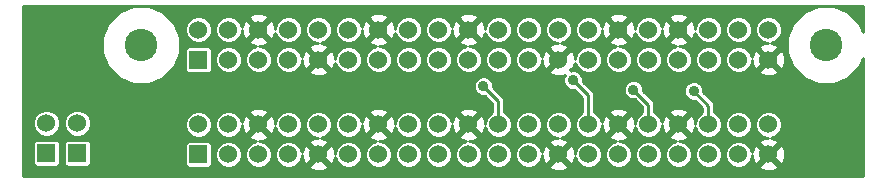
<source format=gbl>
G04 (created by PCBNEW (2013-05-31 BZR 4019)-stable) date 10/5/2014 5:30:30 PM*
%MOIN*%
G04 Gerber Fmt 3.4, Leading zero omitted, Abs format*
%FSLAX34Y34*%
G01*
G70*
G90*
G04 APERTURE LIST*
%ADD10C,0.00590551*%
%ADD11R,0.06X0.06*%
%ADD12C,0.06*%
%ADD13C,0.108268*%
%ADD14C,0.035*%
%ADD15C,0.01*%
G04 APERTURE END LIST*
G54D10*
G54D11*
X6011Y-1956D03*
G54D12*
X6011Y-956D03*
X11011Y-1956D03*
X7011Y-956D03*
X12011Y-1956D03*
X8011Y-956D03*
X13011Y-1956D03*
X9011Y-956D03*
X14011Y-1956D03*
X10011Y-956D03*
X15011Y-1956D03*
X11011Y-956D03*
X16011Y-1956D03*
X12011Y-956D03*
X17011Y-1956D03*
X13011Y-956D03*
X18011Y-1956D03*
X14011Y-956D03*
X19011Y-1956D03*
X15011Y-956D03*
X20011Y-1956D03*
X16011Y-956D03*
X21011Y-1956D03*
X17011Y-956D03*
X18011Y-956D03*
X22011Y-1956D03*
X19011Y-956D03*
X21011Y-956D03*
X22011Y-956D03*
X23011Y-956D03*
X24011Y-956D03*
X23011Y-1956D03*
X24011Y-1956D03*
X7011Y-1956D03*
X8011Y-1956D03*
X9011Y-1956D03*
X10011Y-1956D03*
X25011Y-1956D03*
X25011Y-956D03*
X20011Y-956D03*
G54D13*
X26929Y-1456D03*
X4094Y-1456D03*
G54D11*
X1968Y-5066D03*
G54D12*
X1968Y-4066D03*
G54D11*
X944Y-5066D03*
G54D12*
X944Y-4066D03*
G54D11*
X6011Y-5106D03*
G54D12*
X6011Y-4106D03*
X11011Y-5106D03*
X7011Y-4106D03*
X12011Y-5106D03*
X8011Y-4106D03*
X13011Y-5106D03*
X9011Y-4106D03*
X14011Y-5106D03*
X10011Y-4106D03*
X15011Y-5106D03*
X11011Y-4106D03*
X16011Y-5106D03*
X12011Y-4106D03*
X17011Y-5106D03*
X13011Y-4106D03*
X18011Y-5106D03*
X14011Y-4106D03*
X19011Y-5106D03*
X15011Y-4106D03*
X20011Y-5106D03*
X16011Y-4106D03*
X21011Y-5106D03*
X17011Y-4106D03*
X18011Y-4106D03*
X22011Y-5106D03*
X19011Y-4106D03*
X21011Y-4106D03*
X22011Y-4106D03*
X23011Y-4106D03*
X24011Y-4106D03*
X23011Y-5106D03*
X24011Y-5106D03*
X7011Y-5106D03*
X8011Y-5106D03*
X9011Y-5106D03*
X10011Y-5106D03*
X25011Y-5106D03*
X25011Y-4106D03*
X20011Y-4106D03*
G54D14*
X2007Y-393D03*
X18503Y-2637D03*
X20511Y-2952D03*
X22519Y-2992D03*
X15511Y-2834D03*
G54D15*
X19011Y-3145D02*
X19011Y-4106D01*
X18503Y-2637D02*
X19011Y-3145D01*
X21011Y-3452D02*
X21011Y-4106D01*
X20511Y-2952D02*
X21011Y-3452D01*
X23011Y-3484D02*
X23011Y-4106D01*
X22519Y-2992D02*
X23011Y-3484D01*
X16011Y-3334D02*
X16011Y-4106D01*
X15511Y-2834D02*
X16011Y-3334D01*
X6011Y-956D02*
X5996Y-956D01*
G54D10*
G36*
X28157Y-5834D02*
X25566Y-5834D01*
X25566Y-5188D01*
X25566Y-2038D01*
X25555Y-1819D01*
X25493Y-1668D01*
X25461Y-1659D01*
X25461Y-867D01*
X25393Y-702D01*
X25267Y-575D01*
X25101Y-506D01*
X24922Y-506D01*
X24757Y-574D01*
X24630Y-701D01*
X24561Y-866D01*
X24561Y-1045D01*
X24630Y-1211D01*
X24756Y-1337D01*
X24921Y-1406D01*
X24998Y-1406D01*
X24875Y-1412D01*
X24723Y-1475D01*
X24696Y-1570D01*
X25011Y-1885D01*
X25327Y-1570D01*
X25299Y-1475D01*
X25103Y-1405D01*
X25266Y-1338D01*
X25393Y-1211D01*
X25461Y-1046D01*
X25461Y-867D01*
X25461Y-1659D01*
X25397Y-1641D01*
X25082Y-1956D01*
X25397Y-2271D01*
X25493Y-2244D01*
X25566Y-2038D01*
X25566Y-5188D01*
X25555Y-4969D01*
X25493Y-4818D01*
X25461Y-4809D01*
X25461Y-4017D01*
X25393Y-3851D01*
X25327Y-3785D01*
X25327Y-2342D01*
X25011Y-2027D01*
X24941Y-2098D01*
X24941Y-1956D01*
X24625Y-1641D01*
X24530Y-1668D01*
X24461Y-1861D01*
X24461Y-867D01*
X24393Y-702D01*
X24267Y-575D01*
X24101Y-506D01*
X23922Y-506D01*
X23757Y-574D01*
X23630Y-701D01*
X23561Y-866D01*
X23561Y-1045D01*
X23630Y-1211D01*
X23756Y-1337D01*
X23921Y-1406D01*
X24100Y-1406D01*
X24266Y-1338D01*
X24393Y-1211D01*
X24461Y-1046D01*
X24461Y-867D01*
X24461Y-1861D01*
X24460Y-1864D01*
X24393Y-1702D01*
X24267Y-1575D01*
X24101Y-1506D01*
X23922Y-1506D01*
X23757Y-1574D01*
X23630Y-1701D01*
X23561Y-1866D01*
X23561Y-2045D01*
X23630Y-2211D01*
X23756Y-2337D01*
X23921Y-2406D01*
X24100Y-2406D01*
X24266Y-2338D01*
X24393Y-2211D01*
X24461Y-2046D01*
X24461Y-1970D01*
X24467Y-2093D01*
X24530Y-2244D01*
X24625Y-2271D01*
X24941Y-1956D01*
X24941Y-2098D01*
X24696Y-2342D01*
X24723Y-2437D01*
X24930Y-2511D01*
X25148Y-2500D01*
X25299Y-2437D01*
X25327Y-2342D01*
X25327Y-3785D01*
X25267Y-3725D01*
X25101Y-3656D01*
X24922Y-3656D01*
X24757Y-3724D01*
X24630Y-3851D01*
X24561Y-4016D01*
X24561Y-4195D01*
X24630Y-4360D01*
X24756Y-4487D01*
X24921Y-4556D01*
X24998Y-4556D01*
X24875Y-4562D01*
X24723Y-4625D01*
X24696Y-4720D01*
X25011Y-5035D01*
X25327Y-4720D01*
X25299Y-4625D01*
X25103Y-4555D01*
X25266Y-4488D01*
X25393Y-4361D01*
X25461Y-4196D01*
X25461Y-4017D01*
X25461Y-4809D01*
X25397Y-4791D01*
X25082Y-5106D01*
X25397Y-5421D01*
X25493Y-5394D01*
X25566Y-5188D01*
X25566Y-5834D01*
X25327Y-5834D01*
X25327Y-5492D01*
X25011Y-5177D01*
X24941Y-5247D01*
X24941Y-5106D01*
X24625Y-4791D01*
X24530Y-4818D01*
X24461Y-5010D01*
X24461Y-4017D01*
X24393Y-3851D01*
X24267Y-3725D01*
X24101Y-3656D01*
X23922Y-3656D01*
X23757Y-3724D01*
X23630Y-3851D01*
X23561Y-4016D01*
X23561Y-4195D01*
X23630Y-4360D01*
X23756Y-4487D01*
X23921Y-4556D01*
X24100Y-4556D01*
X24266Y-4488D01*
X24393Y-4361D01*
X24461Y-4196D01*
X24461Y-4017D01*
X24461Y-5010D01*
X24460Y-5014D01*
X24393Y-4851D01*
X24267Y-4725D01*
X24101Y-4656D01*
X23922Y-4656D01*
X23757Y-4724D01*
X23630Y-4851D01*
X23561Y-5016D01*
X23561Y-5195D01*
X23630Y-5360D01*
X23756Y-5487D01*
X23921Y-5556D01*
X24100Y-5556D01*
X24266Y-5488D01*
X24393Y-5361D01*
X24461Y-5196D01*
X24461Y-5119D01*
X24467Y-5243D01*
X24530Y-5394D01*
X24625Y-5421D01*
X24941Y-5106D01*
X24941Y-5247D01*
X24696Y-5492D01*
X24723Y-5587D01*
X24930Y-5661D01*
X25148Y-5650D01*
X25299Y-5587D01*
X25327Y-5492D01*
X25327Y-5834D01*
X23461Y-5834D01*
X23461Y-5017D01*
X23461Y-4017D01*
X23461Y-1867D01*
X23461Y-867D01*
X23393Y-702D01*
X23267Y-575D01*
X23101Y-506D01*
X22922Y-506D01*
X22757Y-574D01*
X22630Y-701D01*
X22561Y-866D01*
X22561Y-943D01*
X22555Y-819D01*
X22493Y-668D01*
X22397Y-641D01*
X22327Y-712D01*
X22327Y-570D01*
X22299Y-475D01*
X22093Y-401D01*
X21875Y-412D01*
X21723Y-475D01*
X21696Y-570D01*
X22011Y-885D01*
X22327Y-570D01*
X22327Y-712D01*
X22082Y-956D01*
X22397Y-1271D01*
X22493Y-1244D01*
X22562Y-1048D01*
X22630Y-1211D01*
X22756Y-1337D01*
X22921Y-1406D01*
X23100Y-1406D01*
X23266Y-1338D01*
X23393Y-1211D01*
X23461Y-1046D01*
X23461Y-867D01*
X23461Y-1867D01*
X23393Y-1702D01*
X23267Y-1575D01*
X23101Y-1506D01*
X22922Y-1506D01*
X22757Y-1574D01*
X22630Y-1701D01*
X22561Y-1866D01*
X22561Y-2045D01*
X22630Y-2211D01*
X22756Y-2337D01*
X22921Y-2406D01*
X23100Y-2406D01*
X23266Y-2338D01*
X23393Y-2211D01*
X23461Y-2046D01*
X23461Y-1867D01*
X23461Y-4017D01*
X23393Y-3851D01*
X23267Y-3725D01*
X23211Y-3702D01*
X23211Y-3484D01*
X23211Y-3484D01*
X23196Y-3407D01*
X23196Y-3407D01*
X23182Y-3386D01*
X23153Y-3342D01*
X23153Y-3342D01*
X22844Y-3034D01*
X22844Y-2927D01*
X22795Y-2808D01*
X22704Y-2716D01*
X22584Y-2667D01*
X22461Y-2667D01*
X22461Y-1867D01*
X22393Y-1702D01*
X22267Y-1575D01*
X22101Y-1506D01*
X22025Y-1506D01*
X22148Y-1500D01*
X22299Y-1437D01*
X22327Y-1342D01*
X22011Y-1027D01*
X21941Y-1098D01*
X21941Y-956D01*
X21625Y-641D01*
X21530Y-668D01*
X21460Y-864D01*
X21393Y-702D01*
X21267Y-575D01*
X21101Y-506D01*
X20922Y-506D01*
X20757Y-574D01*
X20630Y-701D01*
X20561Y-866D01*
X20561Y-943D01*
X20555Y-819D01*
X20493Y-668D01*
X20397Y-641D01*
X20327Y-712D01*
X20327Y-570D01*
X20299Y-475D01*
X20093Y-401D01*
X19875Y-412D01*
X19723Y-475D01*
X19696Y-570D01*
X20011Y-885D01*
X20327Y-570D01*
X20327Y-712D01*
X20082Y-956D01*
X20397Y-1271D01*
X20493Y-1244D01*
X20562Y-1048D01*
X20630Y-1211D01*
X20756Y-1337D01*
X20921Y-1406D01*
X21100Y-1406D01*
X21266Y-1338D01*
X21393Y-1211D01*
X21461Y-1046D01*
X21461Y-970D01*
X21467Y-1093D01*
X21530Y-1244D01*
X21625Y-1271D01*
X21941Y-956D01*
X21941Y-1098D01*
X21696Y-1342D01*
X21723Y-1437D01*
X21919Y-1507D01*
X21757Y-1574D01*
X21630Y-1701D01*
X21561Y-1866D01*
X21561Y-2045D01*
X21630Y-2211D01*
X21756Y-2337D01*
X21921Y-2406D01*
X22100Y-2406D01*
X22266Y-2338D01*
X22393Y-2211D01*
X22461Y-2046D01*
X22461Y-1867D01*
X22461Y-2667D01*
X22455Y-2667D01*
X22335Y-2716D01*
X22244Y-2807D01*
X22194Y-2927D01*
X22194Y-3056D01*
X22244Y-3175D01*
X22335Y-3267D01*
X22454Y-3317D01*
X22561Y-3317D01*
X22811Y-3567D01*
X22811Y-3702D01*
X22757Y-3724D01*
X22630Y-3851D01*
X22561Y-4016D01*
X22561Y-4092D01*
X22555Y-3969D01*
X22493Y-3818D01*
X22397Y-3791D01*
X22327Y-3861D01*
X22327Y-3720D01*
X22299Y-3625D01*
X22093Y-3551D01*
X21875Y-3562D01*
X21723Y-3625D01*
X21696Y-3720D01*
X22011Y-4035D01*
X22327Y-3720D01*
X22327Y-3861D01*
X22082Y-4106D01*
X22397Y-4421D01*
X22493Y-4394D01*
X22562Y-4198D01*
X22630Y-4360D01*
X22756Y-4487D01*
X22921Y-4556D01*
X23100Y-4556D01*
X23266Y-4488D01*
X23393Y-4361D01*
X23461Y-4196D01*
X23461Y-4017D01*
X23461Y-5017D01*
X23393Y-4851D01*
X23267Y-4725D01*
X23101Y-4656D01*
X22922Y-4656D01*
X22757Y-4724D01*
X22630Y-4851D01*
X22561Y-5016D01*
X22561Y-5195D01*
X22630Y-5360D01*
X22756Y-5487D01*
X22921Y-5556D01*
X23100Y-5556D01*
X23266Y-5488D01*
X23393Y-5361D01*
X23461Y-5196D01*
X23461Y-5017D01*
X23461Y-5834D01*
X22461Y-5834D01*
X22461Y-5017D01*
X22393Y-4851D01*
X22267Y-4725D01*
X22101Y-4656D01*
X22025Y-4656D01*
X22148Y-4650D01*
X22299Y-4587D01*
X22327Y-4492D01*
X22011Y-4177D01*
X21941Y-4247D01*
X21941Y-4106D01*
X21625Y-3791D01*
X21530Y-3818D01*
X21461Y-4010D01*
X21461Y-1867D01*
X21393Y-1702D01*
X21267Y-1575D01*
X21101Y-1506D01*
X20922Y-1506D01*
X20757Y-1574D01*
X20630Y-1701D01*
X20561Y-1866D01*
X20561Y-2045D01*
X20630Y-2211D01*
X20756Y-2337D01*
X20921Y-2406D01*
X21100Y-2406D01*
X21266Y-2338D01*
X21393Y-2211D01*
X21461Y-2046D01*
X21461Y-1867D01*
X21461Y-4010D01*
X21460Y-4014D01*
X21393Y-3851D01*
X21267Y-3725D01*
X21211Y-3702D01*
X21211Y-3452D01*
X21199Y-3388D01*
X21196Y-3376D01*
X21196Y-3376D01*
X21153Y-3311D01*
X20836Y-2994D01*
X20836Y-2888D01*
X20787Y-2768D01*
X20696Y-2677D01*
X20576Y-2627D01*
X20461Y-2627D01*
X20461Y-1867D01*
X20393Y-1702D01*
X20267Y-1575D01*
X20101Y-1506D01*
X20025Y-1506D01*
X20148Y-1500D01*
X20299Y-1437D01*
X20327Y-1342D01*
X20011Y-1027D01*
X19941Y-1098D01*
X19941Y-956D01*
X19625Y-641D01*
X19530Y-668D01*
X19460Y-864D01*
X19393Y-702D01*
X19267Y-575D01*
X19101Y-506D01*
X18922Y-506D01*
X18757Y-574D01*
X18630Y-701D01*
X18561Y-866D01*
X18561Y-1045D01*
X18630Y-1211D01*
X18756Y-1337D01*
X18921Y-1406D01*
X19100Y-1406D01*
X19266Y-1338D01*
X19393Y-1211D01*
X19461Y-1046D01*
X19461Y-970D01*
X19467Y-1093D01*
X19530Y-1244D01*
X19625Y-1271D01*
X19941Y-956D01*
X19941Y-1098D01*
X19696Y-1342D01*
X19723Y-1437D01*
X19919Y-1507D01*
X19757Y-1574D01*
X19630Y-1701D01*
X19561Y-1866D01*
X19561Y-2045D01*
X19630Y-2211D01*
X19756Y-2337D01*
X19921Y-2406D01*
X20100Y-2406D01*
X20266Y-2338D01*
X20393Y-2211D01*
X20461Y-2046D01*
X20461Y-1867D01*
X20461Y-2627D01*
X20447Y-2627D01*
X20327Y-2677D01*
X20236Y-2768D01*
X20186Y-2887D01*
X20186Y-3017D01*
X20236Y-3136D01*
X20327Y-3228D01*
X20446Y-3277D01*
X20554Y-3277D01*
X20811Y-3535D01*
X20811Y-3702D01*
X20757Y-3724D01*
X20630Y-3851D01*
X20561Y-4016D01*
X20561Y-4092D01*
X20555Y-3969D01*
X20493Y-3818D01*
X20397Y-3791D01*
X20327Y-3861D01*
X20327Y-3720D01*
X20299Y-3625D01*
X20093Y-3551D01*
X19875Y-3562D01*
X19723Y-3625D01*
X19696Y-3720D01*
X20011Y-4035D01*
X20327Y-3720D01*
X20327Y-3861D01*
X20082Y-4106D01*
X20397Y-4421D01*
X20493Y-4394D01*
X20562Y-4198D01*
X20630Y-4360D01*
X20756Y-4487D01*
X20921Y-4556D01*
X21100Y-4556D01*
X21266Y-4488D01*
X21393Y-4361D01*
X21461Y-4196D01*
X21461Y-4119D01*
X21467Y-4243D01*
X21530Y-4394D01*
X21625Y-4421D01*
X21941Y-4106D01*
X21941Y-4247D01*
X21696Y-4492D01*
X21723Y-4587D01*
X21919Y-4657D01*
X21757Y-4724D01*
X21630Y-4851D01*
X21561Y-5016D01*
X21561Y-5195D01*
X21630Y-5360D01*
X21756Y-5487D01*
X21921Y-5556D01*
X22100Y-5556D01*
X22266Y-5488D01*
X22393Y-5361D01*
X22461Y-5196D01*
X22461Y-5017D01*
X22461Y-5834D01*
X21461Y-5834D01*
X21461Y-5017D01*
X21393Y-4851D01*
X21267Y-4725D01*
X21101Y-4656D01*
X20922Y-4656D01*
X20757Y-4724D01*
X20630Y-4851D01*
X20561Y-5016D01*
X20561Y-5195D01*
X20630Y-5360D01*
X20756Y-5487D01*
X20921Y-5556D01*
X21100Y-5556D01*
X21266Y-5488D01*
X21393Y-5361D01*
X21461Y-5196D01*
X21461Y-5017D01*
X21461Y-5834D01*
X20461Y-5834D01*
X20461Y-5017D01*
X20393Y-4851D01*
X20267Y-4725D01*
X20101Y-4656D01*
X20025Y-4656D01*
X20148Y-4650D01*
X20299Y-4587D01*
X20327Y-4492D01*
X20011Y-4177D01*
X19941Y-4247D01*
X19941Y-4106D01*
X19625Y-3791D01*
X19530Y-3818D01*
X19461Y-4010D01*
X19460Y-4014D01*
X19393Y-3851D01*
X19267Y-3725D01*
X19211Y-3702D01*
X19211Y-3145D01*
X19196Y-3069D01*
X19196Y-3069D01*
X19182Y-3047D01*
X19153Y-3004D01*
X19153Y-3004D01*
X18828Y-2679D01*
X18828Y-2573D01*
X18779Y-2453D01*
X18688Y-2362D01*
X18568Y-2312D01*
X18439Y-2312D01*
X18438Y-2313D01*
X18397Y-2271D01*
X18493Y-2244D01*
X18562Y-2048D01*
X18630Y-2211D01*
X18756Y-2337D01*
X18921Y-2406D01*
X19100Y-2406D01*
X19266Y-2338D01*
X19393Y-2211D01*
X19461Y-2046D01*
X19461Y-1867D01*
X19393Y-1702D01*
X19267Y-1575D01*
X19101Y-1506D01*
X18922Y-1506D01*
X18757Y-1574D01*
X18630Y-1701D01*
X18561Y-1866D01*
X18561Y-1943D01*
X18555Y-1819D01*
X18493Y-1668D01*
X18461Y-1659D01*
X18461Y-867D01*
X18393Y-702D01*
X18267Y-575D01*
X18101Y-506D01*
X17922Y-506D01*
X17757Y-574D01*
X17630Y-701D01*
X17561Y-866D01*
X17561Y-1045D01*
X17630Y-1211D01*
X17756Y-1337D01*
X17921Y-1406D01*
X17998Y-1406D01*
X17875Y-1412D01*
X17723Y-1475D01*
X17696Y-1570D01*
X18011Y-1885D01*
X18327Y-1570D01*
X18299Y-1475D01*
X18103Y-1405D01*
X18266Y-1338D01*
X18393Y-1211D01*
X18461Y-1046D01*
X18461Y-867D01*
X18461Y-1659D01*
X18397Y-1641D01*
X18082Y-1956D01*
X18088Y-1962D01*
X18017Y-2032D01*
X18011Y-2027D01*
X17941Y-2098D01*
X17941Y-1956D01*
X17625Y-1641D01*
X17530Y-1668D01*
X17461Y-1861D01*
X17461Y-867D01*
X17393Y-702D01*
X17267Y-575D01*
X17101Y-506D01*
X16922Y-506D01*
X16757Y-574D01*
X16630Y-701D01*
X16561Y-866D01*
X16561Y-1045D01*
X16630Y-1211D01*
X16756Y-1337D01*
X16921Y-1406D01*
X17100Y-1406D01*
X17266Y-1338D01*
X17393Y-1211D01*
X17461Y-1046D01*
X17461Y-867D01*
X17461Y-1861D01*
X17460Y-1864D01*
X17393Y-1702D01*
X17267Y-1575D01*
X17101Y-1506D01*
X16922Y-1506D01*
X16757Y-1574D01*
X16630Y-1701D01*
X16561Y-1866D01*
X16561Y-2045D01*
X16630Y-2211D01*
X16756Y-2337D01*
X16921Y-2406D01*
X17100Y-2406D01*
X17266Y-2338D01*
X17393Y-2211D01*
X17461Y-2046D01*
X17461Y-1970D01*
X17467Y-2093D01*
X17530Y-2244D01*
X17625Y-2271D01*
X17941Y-1956D01*
X17941Y-2098D01*
X17696Y-2342D01*
X17723Y-2437D01*
X17930Y-2511D01*
X18148Y-2500D01*
X18221Y-2470D01*
X18178Y-2572D01*
X18178Y-2702D01*
X18228Y-2821D01*
X18319Y-2913D01*
X18439Y-2962D01*
X18546Y-2962D01*
X18811Y-3228D01*
X18811Y-3702D01*
X18757Y-3724D01*
X18630Y-3851D01*
X18561Y-4016D01*
X18561Y-4195D01*
X18630Y-4360D01*
X18756Y-4487D01*
X18921Y-4556D01*
X19100Y-4556D01*
X19266Y-4488D01*
X19393Y-4361D01*
X19461Y-4196D01*
X19461Y-4119D01*
X19467Y-4243D01*
X19530Y-4394D01*
X19625Y-4421D01*
X19941Y-4106D01*
X19941Y-4247D01*
X19696Y-4492D01*
X19723Y-4587D01*
X19919Y-4657D01*
X19757Y-4724D01*
X19630Y-4851D01*
X19561Y-5016D01*
X19561Y-5195D01*
X19630Y-5360D01*
X19756Y-5487D01*
X19921Y-5556D01*
X20100Y-5556D01*
X20266Y-5488D01*
X20393Y-5361D01*
X20461Y-5196D01*
X20461Y-5017D01*
X20461Y-5834D01*
X19461Y-5834D01*
X19461Y-5017D01*
X19393Y-4851D01*
X19267Y-4725D01*
X19101Y-4656D01*
X18922Y-4656D01*
X18757Y-4724D01*
X18630Y-4851D01*
X18561Y-5016D01*
X18561Y-5092D01*
X18555Y-4969D01*
X18493Y-4818D01*
X18461Y-4809D01*
X18461Y-4017D01*
X18393Y-3851D01*
X18267Y-3725D01*
X18101Y-3656D01*
X17922Y-3656D01*
X17757Y-3724D01*
X17630Y-3851D01*
X17561Y-4016D01*
X17561Y-4195D01*
X17630Y-4360D01*
X17756Y-4487D01*
X17921Y-4556D01*
X17998Y-4556D01*
X17875Y-4562D01*
X17723Y-4625D01*
X17696Y-4720D01*
X18011Y-5035D01*
X18327Y-4720D01*
X18299Y-4625D01*
X18103Y-4555D01*
X18266Y-4488D01*
X18393Y-4361D01*
X18461Y-4196D01*
X18461Y-4017D01*
X18461Y-4809D01*
X18397Y-4791D01*
X18082Y-5106D01*
X18397Y-5421D01*
X18493Y-5394D01*
X18562Y-5198D01*
X18630Y-5360D01*
X18756Y-5487D01*
X18921Y-5556D01*
X19100Y-5556D01*
X19266Y-5488D01*
X19393Y-5361D01*
X19461Y-5196D01*
X19461Y-5017D01*
X19461Y-5834D01*
X18327Y-5834D01*
X18327Y-5492D01*
X18011Y-5177D01*
X17941Y-5247D01*
X17941Y-5106D01*
X17625Y-4791D01*
X17530Y-4818D01*
X17461Y-5010D01*
X17461Y-4017D01*
X17393Y-3851D01*
X17267Y-3725D01*
X17101Y-3656D01*
X16922Y-3656D01*
X16757Y-3724D01*
X16630Y-3851D01*
X16561Y-4016D01*
X16561Y-4195D01*
X16630Y-4360D01*
X16756Y-4487D01*
X16921Y-4556D01*
X17100Y-4556D01*
X17266Y-4488D01*
X17393Y-4361D01*
X17461Y-4196D01*
X17461Y-4017D01*
X17461Y-5010D01*
X17460Y-5014D01*
X17393Y-4851D01*
X17267Y-4725D01*
X17101Y-4656D01*
X16922Y-4656D01*
X16757Y-4724D01*
X16630Y-4851D01*
X16561Y-5016D01*
X16561Y-5195D01*
X16630Y-5360D01*
X16756Y-5487D01*
X16921Y-5556D01*
X17100Y-5556D01*
X17266Y-5488D01*
X17393Y-5361D01*
X17461Y-5196D01*
X17461Y-5119D01*
X17467Y-5243D01*
X17530Y-5394D01*
X17625Y-5421D01*
X17941Y-5106D01*
X17941Y-5247D01*
X17696Y-5492D01*
X17723Y-5587D01*
X17930Y-5661D01*
X18148Y-5650D01*
X18299Y-5587D01*
X18327Y-5492D01*
X18327Y-5834D01*
X16461Y-5834D01*
X16461Y-5017D01*
X16461Y-4017D01*
X16461Y-1867D01*
X16461Y-867D01*
X16393Y-702D01*
X16267Y-575D01*
X16101Y-506D01*
X15922Y-506D01*
X15757Y-574D01*
X15630Y-701D01*
X15561Y-866D01*
X15561Y-943D01*
X15555Y-819D01*
X15493Y-668D01*
X15397Y-641D01*
X15327Y-712D01*
X15327Y-570D01*
X15299Y-475D01*
X15093Y-401D01*
X14875Y-412D01*
X14723Y-475D01*
X14696Y-570D01*
X15011Y-885D01*
X15327Y-570D01*
X15327Y-712D01*
X15082Y-956D01*
X15397Y-1271D01*
X15493Y-1244D01*
X15562Y-1048D01*
X15630Y-1211D01*
X15756Y-1337D01*
X15921Y-1406D01*
X16100Y-1406D01*
X16266Y-1338D01*
X16393Y-1211D01*
X16461Y-1046D01*
X16461Y-867D01*
X16461Y-1867D01*
X16393Y-1702D01*
X16267Y-1575D01*
X16101Y-1506D01*
X15922Y-1506D01*
X15757Y-1574D01*
X15630Y-1701D01*
X15561Y-1866D01*
X15561Y-2045D01*
X15630Y-2211D01*
X15756Y-2337D01*
X15921Y-2406D01*
X16100Y-2406D01*
X16266Y-2338D01*
X16393Y-2211D01*
X16461Y-2046D01*
X16461Y-1867D01*
X16461Y-4017D01*
X16393Y-3851D01*
X16267Y-3725D01*
X16211Y-3702D01*
X16211Y-3334D01*
X16199Y-3270D01*
X16196Y-3258D01*
X16196Y-3258D01*
X16153Y-3193D01*
X15836Y-2876D01*
X15836Y-2770D01*
X15787Y-2650D01*
X15696Y-2559D01*
X15576Y-2509D01*
X15461Y-2509D01*
X15461Y-1867D01*
X15393Y-1702D01*
X15267Y-1575D01*
X15101Y-1506D01*
X15025Y-1506D01*
X15148Y-1500D01*
X15299Y-1437D01*
X15327Y-1342D01*
X15011Y-1027D01*
X14941Y-1098D01*
X14941Y-956D01*
X14625Y-641D01*
X14530Y-668D01*
X14460Y-864D01*
X14393Y-702D01*
X14267Y-575D01*
X14101Y-506D01*
X13922Y-506D01*
X13757Y-574D01*
X13630Y-701D01*
X13561Y-866D01*
X13561Y-1045D01*
X13630Y-1211D01*
X13756Y-1337D01*
X13921Y-1406D01*
X14100Y-1406D01*
X14266Y-1338D01*
X14393Y-1211D01*
X14461Y-1046D01*
X14461Y-970D01*
X14467Y-1093D01*
X14530Y-1244D01*
X14625Y-1271D01*
X14941Y-956D01*
X14941Y-1098D01*
X14696Y-1342D01*
X14723Y-1437D01*
X14919Y-1507D01*
X14757Y-1574D01*
X14630Y-1701D01*
X14561Y-1866D01*
X14561Y-2045D01*
X14630Y-2211D01*
X14756Y-2337D01*
X14921Y-2406D01*
X15100Y-2406D01*
X15266Y-2338D01*
X15393Y-2211D01*
X15461Y-2046D01*
X15461Y-1867D01*
X15461Y-2509D01*
X15447Y-2509D01*
X15327Y-2558D01*
X15236Y-2650D01*
X15186Y-2769D01*
X15186Y-2899D01*
X15236Y-3018D01*
X15327Y-3110D01*
X15446Y-3159D01*
X15554Y-3159D01*
X15811Y-3417D01*
X15811Y-3702D01*
X15757Y-3724D01*
X15630Y-3851D01*
X15561Y-4016D01*
X15561Y-4092D01*
X15555Y-3969D01*
X15493Y-3818D01*
X15397Y-3791D01*
X15327Y-3861D01*
X15327Y-3720D01*
X15299Y-3625D01*
X15093Y-3551D01*
X14875Y-3562D01*
X14723Y-3625D01*
X14696Y-3720D01*
X15011Y-4035D01*
X15327Y-3720D01*
X15327Y-3861D01*
X15082Y-4106D01*
X15397Y-4421D01*
X15493Y-4394D01*
X15562Y-4198D01*
X15630Y-4360D01*
X15756Y-4487D01*
X15921Y-4556D01*
X16100Y-4556D01*
X16266Y-4488D01*
X16393Y-4361D01*
X16461Y-4196D01*
X16461Y-4017D01*
X16461Y-5017D01*
X16393Y-4851D01*
X16267Y-4725D01*
X16101Y-4656D01*
X15922Y-4656D01*
X15757Y-4724D01*
X15630Y-4851D01*
X15561Y-5016D01*
X15561Y-5195D01*
X15630Y-5360D01*
X15756Y-5487D01*
X15921Y-5556D01*
X16100Y-5556D01*
X16266Y-5488D01*
X16393Y-5361D01*
X16461Y-5196D01*
X16461Y-5017D01*
X16461Y-5834D01*
X15461Y-5834D01*
X15461Y-5017D01*
X15393Y-4851D01*
X15267Y-4725D01*
X15101Y-4656D01*
X15025Y-4656D01*
X15148Y-4650D01*
X15299Y-4587D01*
X15327Y-4492D01*
X15011Y-4177D01*
X14941Y-4247D01*
X14941Y-4106D01*
X14625Y-3791D01*
X14530Y-3818D01*
X14461Y-4010D01*
X14461Y-1867D01*
X14393Y-1702D01*
X14267Y-1575D01*
X14101Y-1506D01*
X13922Y-1506D01*
X13757Y-1574D01*
X13630Y-1701D01*
X13561Y-1866D01*
X13561Y-2045D01*
X13630Y-2211D01*
X13756Y-2337D01*
X13921Y-2406D01*
X14100Y-2406D01*
X14266Y-2338D01*
X14393Y-2211D01*
X14461Y-2046D01*
X14461Y-1867D01*
X14461Y-4010D01*
X14460Y-4014D01*
X14393Y-3851D01*
X14267Y-3725D01*
X14101Y-3656D01*
X13922Y-3656D01*
X13757Y-3724D01*
X13630Y-3851D01*
X13561Y-4016D01*
X13561Y-4195D01*
X13630Y-4360D01*
X13756Y-4487D01*
X13921Y-4556D01*
X14100Y-4556D01*
X14266Y-4488D01*
X14393Y-4361D01*
X14461Y-4196D01*
X14461Y-4119D01*
X14467Y-4243D01*
X14530Y-4394D01*
X14625Y-4421D01*
X14941Y-4106D01*
X14941Y-4247D01*
X14696Y-4492D01*
X14723Y-4587D01*
X14919Y-4657D01*
X14757Y-4724D01*
X14630Y-4851D01*
X14561Y-5016D01*
X14561Y-5195D01*
X14630Y-5360D01*
X14756Y-5487D01*
X14921Y-5556D01*
X15100Y-5556D01*
X15266Y-5488D01*
X15393Y-5361D01*
X15461Y-5196D01*
X15461Y-5017D01*
X15461Y-5834D01*
X14461Y-5834D01*
X14461Y-5017D01*
X14393Y-4851D01*
X14267Y-4725D01*
X14101Y-4656D01*
X13922Y-4656D01*
X13757Y-4724D01*
X13630Y-4851D01*
X13561Y-5016D01*
X13561Y-5195D01*
X13630Y-5360D01*
X13756Y-5487D01*
X13921Y-5556D01*
X14100Y-5556D01*
X14266Y-5488D01*
X14393Y-5361D01*
X14461Y-5196D01*
X14461Y-5017D01*
X14461Y-5834D01*
X13461Y-5834D01*
X13461Y-5017D01*
X13461Y-4017D01*
X13461Y-1867D01*
X13461Y-867D01*
X13393Y-702D01*
X13267Y-575D01*
X13101Y-506D01*
X12922Y-506D01*
X12757Y-574D01*
X12630Y-701D01*
X12561Y-866D01*
X12561Y-943D01*
X12555Y-819D01*
X12493Y-668D01*
X12397Y-641D01*
X12327Y-712D01*
X12327Y-570D01*
X12299Y-475D01*
X12093Y-401D01*
X11875Y-412D01*
X11723Y-475D01*
X11696Y-570D01*
X12011Y-885D01*
X12327Y-570D01*
X12327Y-712D01*
X12082Y-956D01*
X12397Y-1271D01*
X12493Y-1244D01*
X12562Y-1048D01*
X12630Y-1211D01*
X12756Y-1337D01*
X12921Y-1406D01*
X13100Y-1406D01*
X13266Y-1338D01*
X13393Y-1211D01*
X13461Y-1046D01*
X13461Y-867D01*
X13461Y-1867D01*
X13393Y-1702D01*
X13267Y-1575D01*
X13101Y-1506D01*
X12922Y-1506D01*
X12757Y-1574D01*
X12630Y-1701D01*
X12561Y-1866D01*
X12561Y-2045D01*
X12630Y-2211D01*
X12756Y-2337D01*
X12921Y-2406D01*
X13100Y-2406D01*
X13266Y-2338D01*
X13393Y-2211D01*
X13461Y-2046D01*
X13461Y-1867D01*
X13461Y-4017D01*
X13393Y-3851D01*
X13267Y-3725D01*
X13101Y-3656D01*
X12922Y-3656D01*
X12757Y-3724D01*
X12630Y-3851D01*
X12561Y-4016D01*
X12561Y-4092D01*
X12555Y-3969D01*
X12493Y-3818D01*
X12461Y-3809D01*
X12461Y-1867D01*
X12393Y-1702D01*
X12267Y-1575D01*
X12101Y-1506D01*
X12025Y-1506D01*
X12148Y-1500D01*
X12299Y-1437D01*
X12327Y-1342D01*
X12011Y-1027D01*
X11941Y-1098D01*
X11941Y-956D01*
X11625Y-641D01*
X11530Y-668D01*
X11460Y-864D01*
X11393Y-702D01*
X11267Y-575D01*
X11101Y-506D01*
X10922Y-506D01*
X10757Y-574D01*
X10630Y-701D01*
X10561Y-866D01*
X10561Y-1045D01*
X10630Y-1211D01*
X10756Y-1337D01*
X10921Y-1406D01*
X11100Y-1406D01*
X11266Y-1338D01*
X11393Y-1211D01*
X11461Y-1046D01*
X11461Y-970D01*
X11467Y-1093D01*
X11530Y-1244D01*
X11625Y-1271D01*
X11941Y-956D01*
X11941Y-1098D01*
X11696Y-1342D01*
X11723Y-1437D01*
X11919Y-1507D01*
X11757Y-1574D01*
X11630Y-1701D01*
X11561Y-1866D01*
X11561Y-2045D01*
X11630Y-2211D01*
X11756Y-2337D01*
X11921Y-2406D01*
X12100Y-2406D01*
X12266Y-2338D01*
X12393Y-2211D01*
X12461Y-2046D01*
X12461Y-1867D01*
X12461Y-3809D01*
X12397Y-3791D01*
X12327Y-3861D01*
X12327Y-3720D01*
X12299Y-3625D01*
X12093Y-3551D01*
X11875Y-3562D01*
X11723Y-3625D01*
X11696Y-3720D01*
X12011Y-4035D01*
X12327Y-3720D01*
X12327Y-3861D01*
X12082Y-4106D01*
X12397Y-4421D01*
X12493Y-4394D01*
X12562Y-4198D01*
X12630Y-4360D01*
X12756Y-4487D01*
X12921Y-4556D01*
X13100Y-4556D01*
X13266Y-4488D01*
X13393Y-4361D01*
X13461Y-4196D01*
X13461Y-4017D01*
X13461Y-5017D01*
X13393Y-4851D01*
X13267Y-4725D01*
X13101Y-4656D01*
X12922Y-4656D01*
X12757Y-4724D01*
X12630Y-4851D01*
X12561Y-5016D01*
X12561Y-5195D01*
X12630Y-5360D01*
X12756Y-5487D01*
X12921Y-5556D01*
X13100Y-5556D01*
X13266Y-5488D01*
X13393Y-5361D01*
X13461Y-5196D01*
X13461Y-5017D01*
X13461Y-5834D01*
X12461Y-5834D01*
X12461Y-5017D01*
X12393Y-4851D01*
X12267Y-4725D01*
X12101Y-4656D01*
X12025Y-4656D01*
X12148Y-4650D01*
X12299Y-4587D01*
X12327Y-4492D01*
X12011Y-4177D01*
X11941Y-4247D01*
X11941Y-4106D01*
X11625Y-3791D01*
X11530Y-3818D01*
X11461Y-4010D01*
X11461Y-1867D01*
X11393Y-1702D01*
X11267Y-1575D01*
X11101Y-1506D01*
X10922Y-1506D01*
X10757Y-1574D01*
X10630Y-1701D01*
X10561Y-1866D01*
X10561Y-1943D01*
X10555Y-1819D01*
X10493Y-1668D01*
X10461Y-1659D01*
X10461Y-867D01*
X10393Y-702D01*
X10267Y-575D01*
X10101Y-506D01*
X9922Y-506D01*
X9757Y-574D01*
X9630Y-701D01*
X9561Y-866D01*
X9561Y-1045D01*
X9630Y-1211D01*
X9756Y-1337D01*
X9921Y-1406D01*
X9998Y-1406D01*
X9875Y-1412D01*
X9723Y-1475D01*
X9696Y-1570D01*
X10011Y-1885D01*
X10327Y-1570D01*
X10299Y-1475D01*
X10103Y-1405D01*
X10266Y-1338D01*
X10393Y-1211D01*
X10461Y-1046D01*
X10461Y-867D01*
X10461Y-1659D01*
X10397Y-1641D01*
X10082Y-1956D01*
X10397Y-2271D01*
X10493Y-2244D01*
X10562Y-2048D01*
X10630Y-2211D01*
X10756Y-2337D01*
X10921Y-2406D01*
X11100Y-2406D01*
X11266Y-2338D01*
X11393Y-2211D01*
X11461Y-2046D01*
X11461Y-1867D01*
X11461Y-4010D01*
X11460Y-4014D01*
X11393Y-3851D01*
X11267Y-3725D01*
X11101Y-3656D01*
X10922Y-3656D01*
X10757Y-3724D01*
X10630Y-3851D01*
X10561Y-4016D01*
X10561Y-4195D01*
X10630Y-4360D01*
X10756Y-4487D01*
X10921Y-4556D01*
X11100Y-4556D01*
X11266Y-4488D01*
X11393Y-4361D01*
X11461Y-4196D01*
X11461Y-4119D01*
X11467Y-4243D01*
X11530Y-4394D01*
X11625Y-4421D01*
X11941Y-4106D01*
X11941Y-4247D01*
X11696Y-4492D01*
X11723Y-4587D01*
X11919Y-4657D01*
X11757Y-4724D01*
X11630Y-4851D01*
X11561Y-5016D01*
X11561Y-5195D01*
X11630Y-5360D01*
X11756Y-5487D01*
X11921Y-5556D01*
X12100Y-5556D01*
X12266Y-5488D01*
X12393Y-5361D01*
X12461Y-5196D01*
X12461Y-5017D01*
X12461Y-5834D01*
X11461Y-5834D01*
X11461Y-5017D01*
X11393Y-4851D01*
X11267Y-4725D01*
X11101Y-4656D01*
X10922Y-4656D01*
X10757Y-4724D01*
X10630Y-4851D01*
X10561Y-5016D01*
X10561Y-5092D01*
X10555Y-4969D01*
X10493Y-4818D01*
X10461Y-4809D01*
X10461Y-4017D01*
X10393Y-3851D01*
X10327Y-3785D01*
X10327Y-2342D01*
X10011Y-2027D01*
X9941Y-2098D01*
X9941Y-1956D01*
X9625Y-1641D01*
X9530Y-1668D01*
X9461Y-1861D01*
X9461Y-867D01*
X9393Y-702D01*
X9267Y-575D01*
X9101Y-506D01*
X8922Y-506D01*
X8757Y-574D01*
X8630Y-701D01*
X8561Y-866D01*
X8561Y-943D01*
X8555Y-819D01*
X8493Y-668D01*
X8397Y-641D01*
X8327Y-712D01*
X8327Y-570D01*
X8299Y-475D01*
X8093Y-401D01*
X7875Y-412D01*
X7723Y-475D01*
X7696Y-570D01*
X8011Y-885D01*
X8327Y-570D01*
X8327Y-712D01*
X8082Y-956D01*
X8397Y-1271D01*
X8493Y-1244D01*
X8562Y-1048D01*
X8630Y-1211D01*
X8756Y-1337D01*
X8921Y-1406D01*
X9100Y-1406D01*
X9266Y-1338D01*
X9393Y-1211D01*
X9461Y-1046D01*
X9461Y-867D01*
X9461Y-1861D01*
X9460Y-1864D01*
X9393Y-1702D01*
X9267Y-1575D01*
X9101Y-1506D01*
X8922Y-1506D01*
X8757Y-1574D01*
X8630Y-1701D01*
X8561Y-1866D01*
X8561Y-2045D01*
X8630Y-2211D01*
X8756Y-2337D01*
X8921Y-2406D01*
X9100Y-2406D01*
X9266Y-2338D01*
X9393Y-2211D01*
X9461Y-2046D01*
X9461Y-1970D01*
X9467Y-2093D01*
X9530Y-2244D01*
X9625Y-2271D01*
X9941Y-1956D01*
X9941Y-2098D01*
X9696Y-2342D01*
X9723Y-2437D01*
X9930Y-2511D01*
X10148Y-2500D01*
X10299Y-2437D01*
X10327Y-2342D01*
X10327Y-3785D01*
X10267Y-3725D01*
X10101Y-3656D01*
X9922Y-3656D01*
X9757Y-3724D01*
X9630Y-3851D01*
X9561Y-4016D01*
X9561Y-4195D01*
X9630Y-4360D01*
X9756Y-4487D01*
X9921Y-4556D01*
X9998Y-4556D01*
X9875Y-4562D01*
X9723Y-4625D01*
X9696Y-4720D01*
X10011Y-5035D01*
X10327Y-4720D01*
X10299Y-4625D01*
X10103Y-4555D01*
X10266Y-4488D01*
X10393Y-4361D01*
X10461Y-4196D01*
X10461Y-4017D01*
X10461Y-4809D01*
X10397Y-4791D01*
X10082Y-5106D01*
X10397Y-5421D01*
X10493Y-5394D01*
X10562Y-5198D01*
X10630Y-5360D01*
X10756Y-5487D01*
X10921Y-5556D01*
X11100Y-5556D01*
X11266Y-5488D01*
X11393Y-5361D01*
X11461Y-5196D01*
X11461Y-5017D01*
X11461Y-5834D01*
X10327Y-5834D01*
X10327Y-5492D01*
X10011Y-5177D01*
X9941Y-5247D01*
X9941Y-5106D01*
X9625Y-4791D01*
X9530Y-4818D01*
X9461Y-5010D01*
X9461Y-4017D01*
X9393Y-3851D01*
X9267Y-3725D01*
X9101Y-3656D01*
X8922Y-3656D01*
X8757Y-3724D01*
X8630Y-3851D01*
X8561Y-4016D01*
X8561Y-4092D01*
X8555Y-3969D01*
X8493Y-3818D01*
X8461Y-3809D01*
X8461Y-1867D01*
X8393Y-1702D01*
X8267Y-1575D01*
X8101Y-1506D01*
X8025Y-1506D01*
X8148Y-1500D01*
X8299Y-1437D01*
X8327Y-1342D01*
X8011Y-1027D01*
X7941Y-1098D01*
X7941Y-956D01*
X7625Y-641D01*
X7530Y-668D01*
X7460Y-864D01*
X7393Y-702D01*
X7267Y-575D01*
X7101Y-506D01*
X6922Y-506D01*
X6757Y-574D01*
X6630Y-701D01*
X6561Y-866D01*
X6561Y-1045D01*
X6630Y-1211D01*
X6756Y-1337D01*
X6921Y-1406D01*
X7100Y-1406D01*
X7266Y-1338D01*
X7393Y-1211D01*
X7461Y-1046D01*
X7461Y-970D01*
X7467Y-1093D01*
X7530Y-1244D01*
X7625Y-1271D01*
X7941Y-956D01*
X7941Y-1098D01*
X7696Y-1342D01*
X7723Y-1437D01*
X7919Y-1507D01*
X7757Y-1574D01*
X7630Y-1701D01*
X7561Y-1866D01*
X7561Y-2045D01*
X7630Y-2211D01*
X7756Y-2337D01*
X7921Y-2406D01*
X8100Y-2406D01*
X8266Y-2338D01*
X8393Y-2211D01*
X8461Y-2046D01*
X8461Y-1867D01*
X8461Y-3809D01*
X8397Y-3791D01*
X8327Y-3861D01*
X8327Y-3720D01*
X8299Y-3625D01*
X8093Y-3551D01*
X7875Y-3562D01*
X7723Y-3625D01*
X7696Y-3720D01*
X8011Y-4035D01*
X8327Y-3720D01*
X8327Y-3861D01*
X8082Y-4106D01*
X8397Y-4421D01*
X8493Y-4394D01*
X8562Y-4198D01*
X8630Y-4360D01*
X8756Y-4487D01*
X8921Y-4556D01*
X9100Y-4556D01*
X9266Y-4488D01*
X9393Y-4361D01*
X9461Y-4196D01*
X9461Y-4017D01*
X9461Y-5010D01*
X9460Y-5014D01*
X9393Y-4851D01*
X9267Y-4725D01*
X9101Y-4656D01*
X8922Y-4656D01*
X8757Y-4724D01*
X8630Y-4851D01*
X8561Y-5016D01*
X8561Y-5195D01*
X8630Y-5360D01*
X8756Y-5487D01*
X8921Y-5556D01*
X9100Y-5556D01*
X9266Y-5488D01*
X9393Y-5361D01*
X9461Y-5196D01*
X9461Y-5119D01*
X9467Y-5243D01*
X9530Y-5394D01*
X9625Y-5421D01*
X9941Y-5106D01*
X9941Y-5247D01*
X9696Y-5492D01*
X9723Y-5587D01*
X9930Y-5661D01*
X10148Y-5650D01*
X10299Y-5587D01*
X10327Y-5492D01*
X10327Y-5834D01*
X8461Y-5834D01*
X8461Y-5017D01*
X8393Y-4851D01*
X8267Y-4725D01*
X8101Y-4656D01*
X8025Y-4656D01*
X8148Y-4650D01*
X8299Y-4587D01*
X8327Y-4492D01*
X8011Y-4177D01*
X7941Y-4247D01*
X7941Y-4106D01*
X7625Y-3791D01*
X7530Y-3818D01*
X7461Y-4010D01*
X7461Y-1867D01*
X7393Y-1702D01*
X7267Y-1575D01*
X7101Y-1506D01*
X6922Y-1506D01*
X6757Y-1574D01*
X6630Y-1701D01*
X6561Y-1866D01*
X6561Y-2045D01*
X6630Y-2211D01*
X6756Y-2337D01*
X6921Y-2406D01*
X7100Y-2406D01*
X7266Y-2338D01*
X7393Y-2211D01*
X7461Y-2046D01*
X7461Y-1867D01*
X7461Y-4010D01*
X7460Y-4014D01*
X7393Y-3851D01*
X7267Y-3725D01*
X7101Y-3656D01*
X6922Y-3656D01*
X6757Y-3724D01*
X6630Y-3851D01*
X6561Y-4016D01*
X6561Y-4195D01*
X6630Y-4360D01*
X6756Y-4487D01*
X6921Y-4556D01*
X7100Y-4556D01*
X7266Y-4488D01*
X7393Y-4361D01*
X7461Y-4196D01*
X7461Y-4119D01*
X7467Y-4243D01*
X7530Y-4394D01*
X7625Y-4421D01*
X7941Y-4106D01*
X7941Y-4247D01*
X7696Y-4492D01*
X7723Y-4587D01*
X7919Y-4657D01*
X7757Y-4724D01*
X7630Y-4851D01*
X7561Y-5016D01*
X7561Y-5195D01*
X7630Y-5360D01*
X7756Y-5487D01*
X7921Y-5556D01*
X8100Y-5556D01*
X8266Y-5488D01*
X8393Y-5361D01*
X8461Y-5196D01*
X8461Y-5017D01*
X8461Y-5834D01*
X7461Y-5834D01*
X7461Y-5017D01*
X7393Y-4851D01*
X7267Y-4725D01*
X7101Y-4656D01*
X6922Y-4656D01*
X6757Y-4724D01*
X6630Y-4851D01*
X6561Y-5016D01*
X6561Y-5195D01*
X6630Y-5360D01*
X6756Y-5487D01*
X6921Y-5556D01*
X7100Y-5556D01*
X7266Y-5488D01*
X7393Y-5361D01*
X7461Y-5196D01*
X7461Y-5017D01*
X7461Y-5834D01*
X6461Y-5834D01*
X6461Y-4017D01*
X6461Y-867D01*
X6393Y-702D01*
X6267Y-575D01*
X6101Y-506D01*
X5922Y-506D01*
X5757Y-574D01*
X5630Y-701D01*
X5561Y-866D01*
X5561Y-1045D01*
X5630Y-1211D01*
X5756Y-1337D01*
X5921Y-1406D01*
X6100Y-1406D01*
X6266Y-1338D01*
X6393Y-1211D01*
X6461Y-1046D01*
X6461Y-867D01*
X6461Y-4017D01*
X6461Y-4017D01*
X6461Y-2226D01*
X6461Y-1626D01*
X6439Y-1571D01*
X6396Y-1529D01*
X6341Y-1506D01*
X6282Y-1506D01*
X5682Y-1506D01*
X5626Y-1529D01*
X5584Y-1571D01*
X5561Y-1626D01*
X5561Y-1686D01*
X5561Y-2286D01*
X5584Y-2341D01*
X5626Y-2383D01*
X5681Y-2406D01*
X5741Y-2406D01*
X6341Y-2406D01*
X6396Y-2383D01*
X6438Y-2341D01*
X6461Y-2286D01*
X6461Y-2226D01*
X6461Y-4017D01*
X6393Y-3851D01*
X6267Y-3725D01*
X6101Y-3656D01*
X5922Y-3656D01*
X5757Y-3724D01*
X5630Y-3851D01*
X5561Y-4016D01*
X5561Y-4195D01*
X5630Y-4360D01*
X5756Y-4487D01*
X5921Y-4556D01*
X6100Y-4556D01*
X6266Y-4488D01*
X6393Y-4361D01*
X6461Y-4196D01*
X6461Y-4017D01*
X6461Y-5834D01*
X6461Y-5834D01*
X6461Y-5376D01*
X6461Y-4776D01*
X6439Y-4721D01*
X6396Y-4679D01*
X6341Y-4656D01*
X6282Y-4656D01*
X5682Y-4656D01*
X5626Y-4679D01*
X5584Y-4721D01*
X5561Y-4776D01*
X5561Y-4836D01*
X5561Y-5436D01*
X5584Y-5491D01*
X5626Y-5533D01*
X5681Y-5556D01*
X5741Y-5556D01*
X6341Y-5556D01*
X6396Y-5533D01*
X6438Y-5491D01*
X6461Y-5436D01*
X6461Y-5376D01*
X6461Y-5834D01*
X5394Y-5834D01*
X5394Y-1199D01*
X5197Y-721D01*
X4831Y-355D01*
X4354Y-156D01*
X3837Y-156D01*
X3359Y-353D01*
X2993Y-719D01*
X2794Y-1196D01*
X2794Y-1714D01*
X2991Y-2192D01*
X3357Y-2558D01*
X3834Y-2756D01*
X4351Y-2756D01*
X4829Y-2559D01*
X5195Y-2194D01*
X5394Y-1716D01*
X5394Y-1199D01*
X5394Y-5834D01*
X2418Y-5834D01*
X2418Y-3977D01*
X2350Y-3812D01*
X2223Y-3685D01*
X2058Y-3617D01*
X1879Y-3616D01*
X1713Y-3685D01*
X1587Y-3811D01*
X1518Y-3977D01*
X1518Y-4156D01*
X1586Y-4321D01*
X1713Y-4448D01*
X1878Y-4516D01*
X2057Y-4517D01*
X2223Y-4448D01*
X2349Y-4322D01*
X2418Y-4156D01*
X2418Y-3977D01*
X2418Y-5834D01*
X2418Y-5834D01*
X2418Y-5337D01*
X2418Y-4737D01*
X2395Y-4682D01*
X2353Y-4639D01*
X2298Y-4616D01*
X2238Y-4616D01*
X1638Y-4616D01*
X1583Y-4639D01*
X1541Y-4681D01*
X1518Y-4736D01*
X1518Y-4796D01*
X1518Y-5396D01*
X1541Y-5451D01*
X1583Y-5494D01*
X1638Y-5516D01*
X1698Y-5516D01*
X2298Y-5516D01*
X2353Y-5494D01*
X2395Y-5452D01*
X2418Y-5396D01*
X2418Y-5337D01*
X2418Y-5834D01*
X1394Y-5834D01*
X1394Y-3977D01*
X1326Y-3812D01*
X1200Y-3685D01*
X1034Y-3617D01*
X855Y-3616D01*
X690Y-3685D01*
X563Y-3811D01*
X494Y-3977D01*
X494Y-4156D01*
X563Y-4321D01*
X689Y-4448D01*
X854Y-4516D01*
X1033Y-4517D01*
X1199Y-4448D01*
X1326Y-4322D01*
X1394Y-4156D01*
X1394Y-3977D01*
X1394Y-5834D01*
X1394Y-5834D01*
X1394Y-5337D01*
X1394Y-4737D01*
X1372Y-4682D01*
X1329Y-4639D01*
X1274Y-4616D01*
X1215Y-4616D01*
X615Y-4616D01*
X560Y-4639D01*
X517Y-4681D01*
X494Y-4736D01*
X494Y-4796D01*
X494Y-5396D01*
X517Y-5451D01*
X559Y-5494D01*
X614Y-5516D01*
X674Y-5516D01*
X1274Y-5516D01*
X1329Y-5494D01*
X1371Y-5452D01*
X1394Y-5396D01*
X1394Y-5337D01*
X1394Y-5834D01*
X149Y-5834D01*
X149Y-149D01*
X28157Y-149D01*
X28157Y-275D01*
X28157Y-1025D01*
X28031Y-721D01*
X27666Y-355D01*
X27188Y-156D01*
X26671Y-156D01*
X26193Y-353D01*
X25827Y-719D01*
X25629Y-1196D01*
X25628Y-1714D01*
X25826Y-2192D01*
X26191Y-2558D01*
X26669Y-2756D01*
X27186Y-2756D01*
X27664Y-2559D01*
X28030Y-2194D01*
X28157Y-1888D01*
X28157Y-3228D01*
X28157Y-5834D01*
X28157Y-5834D01*
G37*
G54D15*
X28157Y-5834D02*
X25566Y-5834D01*
X25566Y-5188D01*
X25566Y-2038D01*
X25555Y-1819D01*
X25493Y-1668D01*
X25461Y-1659D01*
X25461Y-867D01*
X25393Y-702D01*
X25267Y-575D01*
X25101Y-506D01*
X24922Y-506D01*
X24757Y-574D01*
X24630Y-701D01*
X24561Y-866D01*
X24561Y-1045D01*
X24630Y-1211D01*
X24756Y-1337D01*
X24921Y-1406D01*
X24998Y-1406D01*
X24875Y-1412D01*
X24723Y-1475D01*
X24696Y-1570D01*
X25011Y-1885D01*
X25327Y-1570D01*
X25299Y-1475D01*
X25103Y-1405D01*
X25266Y-1338D01*
X25393Y-1211D01*
X25461Y-1046D01*
X25461Y-867D01*
X25461Y-1659D01*
X25397Y-1641D01*
X25082Y-1956D01*
X25397Y-2271D01*
X25493Y-2244D01*
X25566Y-2038D01*
X25566Y-5188D01*
X25555Y-4969D01*
X25493Y-4818D01*
X25461Y-4809D01*
X25461Y-4017D01*
X25393Y-3851D01*
X25327Y-3785D01*
X25327Y-2342D01*
X25011Y-2027D01*
X24941Y-2098D01*
X24941Y-1956D01*
X24625Y-1641D01*
X24530Y-1668D01*
X24461Y-1861D01*
X24461Y-867D01*
X24393Y-702D01*
X24267Y-575D01*
X24101Y-506D01*
X23922Y-506D01*
X23757Y-574D01*
X23630Y-701D01*
X23561Y-866D01*
X23561Y-1045D01*
X23630Y-1211D01*
X23756Y-1337D01*
X23921Y-1406D01*
X24100Y-1406D01*
X24266Y-1338D01*
X24393Y-1211D01*
X24461Y-1046D01*
X24461Y-867D01*
X24461Y-1861D01*
X24460Y-1864D01*
X24393Y-1702D01*
X24267Y-1575D01*
X24101Y-1506D01*
X23922Y-1506D01*
X23757Y-1574D01*
X23630Y-1701D01*
X23561Y-1866D01*
X23561Y-2045D01*
X23630Y-2211D01*
X23756Y-2337D01*
X23921Y-2406D01*
X24100Y-2406D01*
X24266Y-2338D01*
X24393Y-2211D01*
X24461Y-2046D01*
X24461Y-1970D01*
X24467Y-2093D01*
X24530Y-2244D01*
X24625Y-2271D01*
X24941Y-1956D01*
X24941Y-2098D01*
X24696Y-2342D01*
X24723Y-2437D01*
X24930Y-2511D01*
X25148Y-2500D01*
X25299Y-2437D01*
X25327Y-2342D01*
X25327Y-3785D01*
X25267Y-3725D01*
X25101Y-3656D01*
X24922Y-3656D01*
X24757Y-3724D01*
X24630Y-3851D01*
X24561Y-4016D01*
X24561Y-4195D01*
X24630Y-4360D01*
X24756Y-4487D01*
X24921Y-4556D01*
X24998Y-4556D01*
X24875Y-4562D01*
X24723Y-4625D01*
X24696Y-4720D01*
X25011Y-5035D01*
X25327Y-4720D01*
X25299Y-4625D01*
X25103Y-4555D01*
X25266Y-4488D01*
X25393Y-4361D01*
X25461Y-4196D01*
X25461Y-4017D01*
X25461Y-4809D01*
X25397Y-4791D01*
X25082Y-5106D01*
X25397Y-5421D01*
X25493Y-5394D01*
X25566Y-5188D01*
X25566Y-5834D01*
X25327Y-5834D01*
X25327Y-5492D01*
X25011Y-5177D01*
X24941Y-5247D01*
X24941Y-5106D01*
X24625Y-4791D01*
X24530Y-4818D01*
X24461Y-5010D01*
X24461Y-4017D01*
X24393Y-3851D01*
X24267Y-3725D01*
X24101Y-3656D01*
X23922Y-3656D01*
X23757Y-3724D01*
X23630Y-3851D01*
X23561Y-4016D01*
X23561Y-4195D01*
X23630Y-4360D01*
X23756Y-4487D01*
X23921Y-4556D01*
X24100Y-4556D01*
X24266Y-4488D01*
X24393Y-4361D01*
X24461Y-4196D01*
X24461Y-4017D01*
X24461Y-5010D01*
X24460Y-5014D01*
X24393Y-4851D01*
X24267Y-4725D01*
X24101Y-4656D01*
X23922Y-4656D01*
X23757Y-4724D01*
X23630Y-4851D01*
X23561Y-5016D01*
X23561Y-5195D01*
X23630Y-5360D01*
X23756Y-5487D01*
X23921Y-5556D01*
X24100Y-5556D01*
X24266Y-5488D01*
X24393Y-5361D01*
X24461Y-5196D01*
X24461Y-5119D01*
X24467Y-5243D01*
X24530Y-5394D01*
X24625Y-5421D01*
X24941Y-5106D01*
X24941Y-5247D01*
X24696Y-5492D01*
X24723Y-5587D01*
X24930Y-5661D01*
X25148Y-5650D01*
X25299Y-5587D01*
X25327Y-5492D01*
X25327Y-5834D01*
X23461Y-5834D01*
X23461Y-5017D01*
X23461Y-4017D01*
X23461Y-1867D01*
X23461Y-867D01*
X23393Y-702D01*
X23267Y-575D01*
X23101Y-506D01*
X22922Y-506D01*
X22757Y-574D01*
X22630Y-701D01*
X22561Y-866D01*
X22561Y-943D01*
X22555Y-819D01*
X22493Y-668D01*
X22397Y-641D01*
X22327Y-712D01*
X22327Y-570D01*
X22299Y-475D01*
X22093Y-401D01*
X21875Y-412D01*
X21723Y-475D01*
X21696Y-570D01*
X22011Y-885D01*
X22327Y-570D01*
X22327Y-712D01*
X22082Y-956D01*
X22397Y-1271D01*
X22493Y-1244D01*
X22562Y-1048D01*
X22630Y-1211D01*
X22756Y-1337D01*
X22921Y-1406D01*
X23100Y-1406D01*
X23266Y-1338D01*
X23393Y-1211D01*
X23461Y-1046D01*
X23461Y-867D01*
X23461Y-1867D01*
X23393Y-1702D01*
X23267Y-1575D01*
X23101Y-1506D01*
X22922Y-1506D01*
X22757Y-1574D01*
X22630Y-1701D01*
X22561Y-1866D01*
X22561Y-2045D01*
X22630Y-2211D01*
X22756Y-2337D01*
X22921Y-2406D01*
X23100Y-2406D01*
X23266Y-2338D01*
X23393Y-2211D01*
X23461Y-2046D01*
X23461Y-1867D01*
X23461Y-4017D01*
X23393Y-3851D01*
X23267Y-3725D01*
X23211Y-3702D01*
X23211Y-3484D01*
X23211Y-3484D01*
X23196Y-3407D01*
X23196Y-3407D01*
X23182Y-3386D01*
X23153Y-3342D01*
X23153Y-3342D01*
X22844Y-3034D01*
X22844Y-2927D01*
X22795Y-2808D01*
X22704Y-2716D01*
X22584Y-2667D01*
X22461Y-2667D01*
X22461Y-1867D01*
X22393Y-1702D01*
X22267Y-1575D01*
X22101Y-1506D01*
X22025Y-1506D01*
X22148Y-1500D01*
X22299Y-1437D01*
X22327Y-1342D01*
X22011Y-1027D01*
X21941Y-1098D01*
X21941Y-956D01*
X21625Y-641D01*
X21530Y-668D01*
X21460Y-864D01*
X21393Y-702D01*
X21267Y-575D01*
X21101Y-506D01*
X20922Y-506D01*
X20757Y-574D01*
X20630Y-701D01*
X20561Y-866D01*
X20561Y-943D01*
X20555Y-819D01*
X20493Y-668D01*
X20397Y-641D01*
X20327Y-712D01*
X20327Y-570D01*
X20299Y-475D01*
X20093Y-401D01*
X19875Y-412D01*
X19723Y-475D01*
X19696Y-570D01*
X20011Y-885D01*
X20327Y-570D01*
X20327Y-712D01*
X20082Y-956D01*
X20397Y-1271D01*
X20493Y-1244D01*
X20562Y-1048D01*
X20630Y-1211D01*
X20756Y-1337D01*
X20921Y-1406D01*
X21100Y-1406D01*
X21266Y-1338D01*
X21393Y-1211D01*
X21461Y-1046D01*
X21461Y-970D01*
X21467Y-1093D01*
X21530Y-1244D01*
X21625Y-1271D01*
X21941Y-956D01*
X21941Y-1098D01*
X21696Y-1342D01*
X21723Y-1437D01*
X21919Y-1507D01*
X21757Y-1574D01*
X21630Y-1701D01*
X21561Y-1866D01*
X21561Y-2045D01*
X21630Y-2211D01*
X21756Y-2337D01*
X21921Y-2406D01*
X22100Y-2406D01*
X22266Y-2338D01*
X22393Y-2211D01*
X22461Y-2046D01*
X22461Y-1867D01*
X22461Y-2667D01*
X22455Y-2667D01*
X22335Y-2716D01*
X22244Y-2807D01*
X22194Y-2927D01*
X22194Y-3056D01*
X22244Y-3175D01*
X22335Y-3267D01*
X22454Y-3317D01*
X22561Y-3317D01*
X22811Y-3567D01*
X22811Y-3702D01*
X22757Y-3724D01*
X22630Y-3851D01*
X22561Y-4016D01*
X22561Y-4092D01*
X22555Y-3969D01*
X22493Y-3818D01*
X22397Y-3791D01*
X22327Y-3861D01*
X22327Y-3720D01*
X22299Y-3625D01*
X22093Y-3551D01*
X21875Y-3562D01*
X21723Y-3625D01*
X21696Y-3720D01*
X22011Y-4035D01*
X22327Y-3720D01*
X22327Y-3861D01*
X22082Y-4106D01*
X22397Y-4421D01*
X22493Y-4394D01*
X22562Y-4198D01*
X22630Y-4360D01*
X22756Y-4487D01*
X22921Y-4556D01*
X23100Y-4556D01*
X23266Y-4488D01*
X23393Y-4361D01*
X23461Y-4196D01*
X23461Y-4017D01*
X23461Y-5017D01*
X23393Y-4851D01*
X23267Y-4725D01*
X23101Y-4656D01*
X22922Y-4656D01*
X22757Y-4724D01*
X22630Y-4851D01*
X22561Y-5016D01*
X22561Y-5195D01*
X22630Y-5360D01*
X22756Y-5487D01*
X22921Y-5556D01*
X23100Y-5556D01*
X23266Y-5488D01*
X23393Y-5361D01*
X23461Y-5196D01*
X23461Y-5017D01*
X23461Y-5834D01*
X22461Y-5834D01*
X22461Y-5017D01*
X22393Y-4851D01*
X22267Y-4725D01*
X22101Y-4656D01*
X22025Y-4656D01*
X22148Y-4650D01*
X22299Y-4587D01*
X22327Y-4492D01*
X22011Y-4177D01*
X21941Y-4247D01*
X21941Y-4106D01*
X21625Y-3791D01*
X21530Y-3818D01*
X21461Y-4010D01*
X21461Y-1867D01*
X21393Y-1702D01*
X21267Y-1575D01*
X21101Y-1506D01*
X20922Y-1506D01*
X20757Y-1574D01*
X20630Y-1701D01*
X20561Y-1866D01*
X20561Y-2045D01*
X20630Y-2211D01*
X20756Y-2337D01*
X20921Y-2406D01*
X21100Y-2406D01*
X21266Y-2338D01*
X21393Y-2211D01*
X21461Y-2046D01*
X21461Y-1867D01*
X21461Y-4010D01*
X21460Y-4014D01*
X21393Y-3851D01*
X21267Y-3725D01*
X21211Y-3702D01*
X21211Y-3452D01*
X21199Y-3388D01*
X21196Y-3376D01*
X21196Y-3376D01*
X21153Y-3311D01*
X20836Y-2994D01*
X20836Y-2888D01*
X20787Y-2768D01*
X20696Y-2677D01*
X20576Y-2627D01*
X20461Y-2627D01*
X20461Y-1867D01*
X20393Y-1702D01*
X20267Y-1575D01*
X20101Y-1506D01*
X20025Y-1506D01*
X20148Y-1500D01*
X20299Y-1437D01*
X20327Y-1342D01*
X20011Y-1027D01*
X19941Y-1098D01*
X19941Y-956D01*
X19625Y-641D01*
X19530Y-668D01*
X19460Y-864D01*
X19393Y-702D01*
X19267Y-575D01*
X19101Y-506D01*
X18922Y-506D01*
X18757Y-574D01*
X18630Y-701D01*
X18561Y-866D01*
X18561Y-1045D01*
X18630Y-1211D01*
X18756Y-1337D01*
X18921Y-1406D01*
X19100Y-1406D01*
X19266Y-1338D01*
X19393Y-1211D01*
X19461Y-1046D01*
X19461Y-970D01*
X19467Y-1093D01*
X19530Y-1244D01*
X19625Y-1271D01*
X19941Y-956D01*
X19941Y-1098D01*
X19696Y-1342D01*
X19723Y-1437D01*
X19919Y-1507D01*
X19757Y-1574D01*
X19630Y-1701D01*
X19561Y-1866D01*
X19561Y-2045D01*
X19630Y-2211D01*
X19756Y-2337D01*
X19921Y-2406D01*
X20100Y-2406D01*
X20266Y-2338D01*
X20393Y-2211D01*
X20461Y-2046D01*
X20461Y-1867D01*
X20461Y-2627D01*
X20447Y-2627D01*
X20327Y-2677D01*
X20236Y-2768D01*
X20186Y-2887D01*
X20186Y-3017D01*
X20236Y-3136D01*
X20327Y-3228D01*
X20446Y-3277D01*
X20554Y-3277D01*
X20811Y-3535D01*
X20811Y-3702D01*
X20757Y-3724D01*
X20630Y-3851D01*
X20561Y-4016D01*
X20561Y-4092D01*
X20555Y-3969D01*
X20493Y-3818D01*
X20397Y-3791D01*
X20327Y-3861D01*
X20327Y-3720D01*
X20299Y-3625D01*
X20093Y-3551D01*
X19875Y-3562D01*
X19723Y-3625D01*
X19696Y-3720D01*
X20011Y-4035D01*
X20327Y-3720D01*
X20327Y-3861D01*
X20082Y-4106D01*
X20397Y-4421D01*
X20493Y-4394D01*
X20562Y-4198D01*
X20630Y-4360D01*
X20756Y-4487D01*
X20921Y-4556D01*
X21100Y-4556D01*
X21266Y-4488D01*
X21393Y-4361D01*
X21461Y-4196D01*
X21461Y-4119D01*
X21467Y-4243D01*
X21530Y-4394D01*
X21625Y-4421D01*
X21941Y-4106D01*
X21941Y-4247D01*
X21696Y-4492D01*
X21723Y-4587D01*
X21919Y-4657D01*
X21757Y-4724D01*
X21630Y-4851D01*
X21561Y-5016D01*
X21561Y-5195D01*
X21630Y-5360D01*
X21756Y-5487D01*
X21921Y-5556D01*
X22100Y-5556D01*
X22266Y-5488D01*
X22393Y-5361D01*
X22461Y-5196D01*
X22461Y-5017D01*
X22461Y-5834D01*
X21461Y-5834D01*
X21461Y-5017D01*
X21393Y-4851D01*
X21267Y-4725D01*
X21101Y-4656D01*
X20922Y-4656D01*
X20757Y-4724D01*
X20630Y-4851D01*
X20561Y-5016D01*
X20561Y-5195D01*
X20630Y-5360D01*
X20756Y-5487D01*
X20921Y-5556D01*
X21100Y-5556D01*
X21266Y-5488D01*
X21393Y-5361D01*
X21461Y-5196D01*
X21461Y-5017D01*
X21461Y-5834D01*
X20461Y-5834D01*
X20461Y-5017D01*
X20393Y-4851D01*
X20267Y-4725D01*
X20101Y-4656D01*
X20025Y-4656D01*
X20148Y-4650D01*
X20299Y-4587D01*
X20327Y-4492D01*
X20011Y-4177D01*
X19941Y-4247D01*
X19941Y-4106D01*
X19625Y-3791D01*
X19530Y-3818D01*
X19461Y-4010D01*
X19460Y-4014D01*
X19393Y-3851D01*
X19267Y-3725D01*
X19211Y-3702D01*
X19211Y-3145D01*
X19196Y-3069D01*
X19196Y-3069D01*
X19182Y-3047D01*
X19153Y-3004D01*
X19153Y-3004D01*
X18828Y-2679D01*
X18828Y-2573D01*
X18779Y-2453D01*
X18688Y-2362D01*
X18568Y-2312D01*
X18439Y-2312D01*
X18438Y-2313D01*
X18397Y-2271D01*
X18493Y-2244D01*
X18562Y-2048D01*
X18630Y-2211D01*
X18756Y-2337D01*
X18921Y-2406D01*
X19100Y-2406D01*
X19266Y-2338D01*
X19393Y-2211D01*
X19461Y-2046D01*
X19461Y-1867D01*
X19393Y-1702D01*
X19267Y-1575D01*
X19101Y-1506D01*
X18922Y-1506D01*
X18757Y-1574D01*
X18630Y-1701D01*
X18561Y-1866D01*
X18561Y-1943D01*
X18555Y-1819D01*
X18493Y-1668D01*
X18461Y-1659D01*
X18461Y-867D01*
X18393Y-702D01*
X18267Y-575D01*
X18101Y-506D01*
X17922Y-506D01*
X17757Y-574D01*
X17630Y-701D01*
X17561Y-866D01*
X17561Y-1045D01*
X17630Y-1211D01*
X17756Y-1337D01*
X17921Y-1406D01*
X17998Y-1406D01*
X17875Y-1412D01*
X17723Y-1475D01*
X17696Y-1570D01*
X18011Y-1885D01*
X18327Y-1570D01*
X18299Y-1475D01*
X18103Y-1405D01*
X18266Y-1338D01*
X18393Y-1211D01*
X18461Y-1046D01*
X18461Y-867D01*
X18461Y-1659D01*
X18397Y-1641D01*
X18082Y-1956D01*
X18088Y-1962D01*
X18017Y-2032D01*
X18011Y-2027D01*
X17941Y-2098D01*
X17941Y-1956D01*
X17625Y-1641D01*
X17530Y-1668D01*
X17461Y-1861D01*
X17461Y-867D01*
X17393Y-702D01*
X17267Y-575D01*
X17101Y-506D01*
X16922Y-506D01*
X16757Y-574D01*
X16630Y-701D01*
X16561Y-866D01*
X16561Y-1045D01*
X16630Y-1211D01*
X16756Y-1337D01*
X16921Y-1406D01*
X17100Y-1406D01*
X17266Y-1338D01*
X17393Y-1211D01*
X17461Y-1046D01*
X17461Y-867D01*
X17461Y-1861D01*
X17460Y-1864D01*
X17393Y-1702D01*
X17267Y-1575D01*
X17101Y-1506D01*
X16922Y-1506D01*
X16757Y-1574D01*
X16630Y-1701D01*
X16561Y-1866D01*
X16561Y-2045D01*
X16630Y-2211D01*
X16756Y-2337D01*
X16921Y-2406D01*
X17100Y-2406D01*
X17266Y-2338D01*
X17393Y-2211D01*
X17461Y-2046D01*
X17461Y-1970D01*
X17467Y-2093D01*
X17530Y-2244D01*
X17625Y-2271D01*
X17941Y-1956D01*
X17941Y-2098D01*
X17696Y-2342D01*
X17723Y-2437D01*
X17930Y-2511D01*
X18148Y-2500D01*
X18221Y-2470D01*
X18178Y-2572D01*
X18178Y-2702D01*
X18228Y-2821D01*
X18319Y-2913D01*
X18439Y-2962D01*
X18546Y-2962D01*
X18811Y-3228D01*
X18811Y-3702D01*
X18757Y-3724D01*
X18630Y-3851D01*
X18561Y-4016D01*
X18561Y-4195D01*
X18630Y-4360D01*
X18756Y-4487D01*
X18921Y-4556D01*
X19100Y-4556D01*
X19266Y-4488D01*
X19393Y-4361D01*
X19461Y-4196D01*
X19461Y-4119D01*
X19467Y-4243D01*
X19530Y-4394D01*
X19625Y-4421D01*
X19941Y-4106D01*
X19941Y-4247D01*
X19696Y-4492D01*
X19723Y-4587D01*
X19919Y-4657D01*
X19757Y-4724D01*
X19630Y-4851D01*
X19561Y-5016D01*
X19561Y-5195D01*
X19630Y-5360D01*
X19756Y-5487D01*
X19921Y-5556D01*
X20100Y-5556D01*
X20266Y-5488D01*
X20393Y-5361D01*
X20461Y-5196D01*
X20461Y-5017D01*
X20461Y-5834D01*
X19461Y-5834D01*
X19461Y-5017D01*
X19393Y-4851D01*
X19267Y-4725D01*
X19101Y-4656D01*
X18922Y-4656D01*
X18757Y-4724D01*
X18630Y-4851D01*
X18561Y-5016D01*
X18561Y-5092D01*
X18555Y-4969D01*
X18493Y-4818D01*
X18461Y-4809D01*
X18461Y-4017D01*
X18393Y-3851D01*
X18267Y-3725D01*
X18101Y-3656D01*
X17922Y-3656D01*
X17757Y-3724D01*
X17630Y-3851D01*
X17561Y-4016D01*
X17561Y-4195D01*
X17630Y-4360D01*
X17756Y-4487D01*
X17921Y-4556D01*
X17998Y-4556D01*
X17875Y-4562D01*
X17723Y-4625D01*
X17696Y-4720D01*
X18011Y-5035D01*
X18327Y-4720D01*
X18299Y-4625D01*
X18103Y-4555D01*
X18266Y-4488D01*
X18393Y-4361D01*
X18461Y-4196D01*
X18461Y-4017D01*
X18461Y-4809D01*
X18397Y-4791D01*
X18082Y-5106D01*
X18397Y-5421D01*
X18493Y-5394D01*
X18562Y-5198D01*
X18630Y-5360D01*
X18756Y-5487D01*
X18921Y-5556D01*
X19100Y-5556D01*
X19266Y-5488D01*
X19393Y-5361D01*
X19461Y-5196D01*
X19461Y-5017D01*
X19461Y-5834D01*
X18327Y-5834D01*
X18327Y-5492D01*
X18011Y-5177D01*
X17941Y-5247D01*
X17941Y-5106D01*
X17625Y-4791D01*
X17530Y-4818D01*
X17461Y-5010D01*
X17461Y-4017D01*
X17393Y-3851D01*
X17267Y-3725D01*
X17101Y-3656D01*
X16922Y-3656D01*
X16757Y-3724D01*
X16630Y-3851D01*
X16561Y-4016D01*
X16561Y-4195D01*
X16630Y-4360D01*
X16756Y-4487D01*
X16921Y-4556D01*
X17100Y-4556D01*
X17266Y-4488D01*
X17393Y-4361D01*
X17461Y-4196D01*
X17461Y-4017D01*
X17461Y-5010D01*
X17460Y-5014D01*
X17393Y-4851D01*
X17267Y-4725D01*
X17101Y-4656D01*
X16922Y-4656D01*
X16757Y-4724D01*
X16630Y-4851D01*
X16561Y-5016D01*
X16561Y-5195D01*
X16630Y-5360D01*
X16756Y-5487D01*
X16921Y-5556D01*
X17100Y-5556D01*
X17266Y-5488D01*
X17393Y-5361D01*
X17461Y-5196D01*
X17461Y-5119D01*
X17467Y-5243D01*
X17530Y-5394D01*
X17625Y-5421D01*
X17941Y-5106D01*
X17941Y-5247D01*
X17696Y-5492D01*
X17723Y-5587D01*
X17930Y-5661D01*
X18148Y-5650D01*
X18299Y-5587D01*
X18327Y-5492D01*
X18327Y-5834D01*
X16461Y-5834D01*
X16461Y-5017D01*
X16461Y-4017D01*
X16461Y-1867D01*
X16461Y-867D01*
X16393Y-702D01*
X16267Y-575D01*
X16101Y-506D01*
X15922Y-506D01*
X15757Y-574D01*
X15630Y-701D01*
X15561Y-866D01*
X15561Y-943D01*
X15555Y-819D01*
X15493Y-668D01*
X15397Y-641D01*
X15327Y-712D01*
X15327Y-570D01*
X15299Y-475D01*
X15093Y-401D01*
X14875Y-412D01*
X14723Y-475D01*
X14696Y-570D01*
X15011Y-885D01*
X15327Y-570D01*
X15327Y-712D01*
X15082Y-956D01*
X15397Y-1271D01*
X15493Y-1244D01*
X15562Y-1048D01*
X15630Y-1211D01*
X15756Y-1337D01*
X15921Y-1406D01*
X16100Y-1406D01*
X16266Y-1338D01*
X16393Y-1211D01*
X16461Y-1046D01*
X16461Y-867D01*
X16461Y-1867D01*
X16393Y-1702D01*
X16267Y-1575D01*
X16101Y-1506D01*
X15922Y-1506D01*
X15757Y-1574D01*
X15630Y-1701D01*
X15561Y-1866D01*
X15561Y-2045D01*
X15630Y-2211D01*
X15756Y-2337D01*
X15921Y-2406D01*
X16100Y-2406D01*
X16266Y-2338D01*
X16393Y-2211D01*
X16461Y-2046D01*
X16461Y-1867D01*
X16461Y-4017D01*
X16393Y-3851D01*
X16267Y-3725D01*
X16211Y-3702D01*
X16211Y-3334D01*
X16199Y-3270D01*
X16196Y-3258D01*
X16196Y-3258D01*
X16153Y-3193D01*
X15836Y-2876D01*
X15836Y-2770D01*
X15787Y-2650D01*
X15696Y-2559D01*
X15576Y-2509D01*
X15461Y-2509D01*
X15461Y-1867D01*
X15393Y-1702D01*
X15267Y-1575D01*
X15101Y-1506D01*
X15025Y-1506D01*
X15148Y-1500D01*
X15299Y-1437D01*
X15327Y-1342D01*
X15011Y-1027D01*
X14941Y-1098D01*
X14941Y-956D01*
X14625Y-641D01*
X14530Y-668D01*
X14460Y-864D01*
X14393Y-702D01*
X14267Y-575D01*
X14101Y-506D01*
X13922Y-506D01*
X13757Y-574D01*
X13630Y-701D01*
X13561Y-866D01*
X13561Y-1045D01*
X13630Y-1211D01*
X13756Y-1337D01*
X13921Y-1406D01*
X14100Y-1406D01*
X14266Y-1338D01*
X14393Y-1211D01*
X14461Y-1046D01*
X14461Y-970D01*
X14467Y-1093D01*
X14530Y-1244D01*
X14625Y-1271D01*
X14941Y-956D01*
X14941Y-1098D01*
X14696Y-1342D01*
X14723Y-1437D01*
X14919Y-1507D01*
X14757Y-1574D01*
X14630Y-1701D01*
X14561Y-1866D01*
X14561Y-2045D01*
X14630Y-2211D01*
X14756Y-2337D01*
X14921Y-2406D01*
X15100Y-2406D01*
X15266Y-2338D01*
X15393Y-2211D01*
X15461Y-2046D01*
X15461Y-1867D01*
X15461Y-2509D01*
X15447Y-2509D01*
X15327Y-2558D01*
X15236Y-2650D01*
X15186Y-2769D01*
X15186Y-2899D01*
X15236Y-3018D01*
X15327Y-3110D01*
X15446Y-3159D01*
X15554Y-3159D01*
X15811Y-3417D01*
X15811Y-3702D01*
X15757Y-3724D01*
X15630Y-3851D01*
X15561Y-4016D01*
X15561Y-4092D01*
X15555Y-3969D01*
X15493Y-3818D01*
X15397Y-3791D01*
X15327Y-3861D01*
X15327Y-3720D01*
X15299Y-3625D01*
X15093Y-3551D01*
X14875Y-3562D01*
X14723Y-3625D01*
X14696Y-3720D01*
X15011Y-4035D01*
X15327Y-3720D01*
X15327Y-3861D01*
X15082Y-4106D01*
X15397Y-4421D01*
X15493Y-4394D01*
X15562Y-4198D01*
X15630Y-4360D01*
X15756Y-4487D01*
X15921Y-4556D01*
X16100Y-4556D01*
X16266Y-4488D01*
X16393Y-4361D01*
X16461Y-4196D01*
X16461Y-4017D01*
X16461Y-5017D01*
X16393Y-4851D01*
X16267Y-4725D01*
X16101Y-4656D01*
X15922Y-4656D01*
X15757Y-4724D01*
X15630Y-4851D01*
X15561Y-5016D01*
X15561Y-5195D01*
X15630Y-5360D01*
X15756Y-5487D01*
X15921Y-5556D01*
X16100Y-5556D01*
X16266Y-5488D01*
X16393Y-5361D01*
X16461Y-5196D01*
X16461Y-5017D01*
X16461Y-5834D01*
X15461Y-5834D01*
X15461Y-5017D01*
X15393Y-4851D01*
X15267Y-4725D01*
X15101Y-4656D01*
X15025Y-4656D01*
X15148Y-4650D01*
X15299Y-4587D01*
X15327Y-4492D01*
X15011Y-4177D01*
X14941Y-4247D01*
X14941Y-4106D01*
X14625Y-3791D01*
X14530Y-3818D01*
X14461Y-4010D01*
X14461Y-1867D01*
X14393Y-1702D01*
X14267Y-1575D01*
X14101Y-1506D01*
X13922Y-1506D01*
X13757Y-1574D01*
X13630Y-1701D01*
X13561Y-1866D01*
X13561Y-2045D01*
X13630Y-2211D01*
X13756Y-2337D01*
X13921Y-2406D01*
X14100Y-2406D01*
X14266Y-2338D01*
X14393Y-2211D01*
X14461Y-2046D01*
X14461Y-1867D01*
X14461Y-4010D01*
X14460Y-4014D01*
X14393Y-3851D01*
X14267Y-3725D01*
X14101Y-3656D01*
X13922Y-3656D01*
X13757Y-3724D01*
X13630Y-3851D01*
X13561Y-4016D01*
X13561Y-4195D01*
X13630Y-4360D01*
X13756Y-4487D01*
X13921Y-4556D01*
X14100Y-4556D01*
X14266Y-4488D01*
X14393Y-4361D01*
X14461Y-4196D01*
X14461Y-4119D01*
X14467Y-4243D01*
X14530Y-4394D01*
X14625Y-4421D01*
X14941Y-4106D01*
X14941Y-4247D01*
X14696Y-4492D01*
X14723Y-4587D01*
X14919Y-4657D01*
X14757Y-4724D01*
X14630Y-4851D01*
X14561Y-5016D01*
X14561Y-5195D01*
X14630Y-5360D01*
X14756Y-5487D01*
X14921Y-5556D01*
X15100Y-5556D01*
X15266Y-5488D01*
X15393Y-5361D01*
X15461Y-5196D01*
X15461Y-5017D01*
X15461Y-5834D01*
X14461Y-5834D01*
X14461Y-5017D01*
X14393Y-4851D01*
X14267Y-4725D01*
X14101Y-4656D01*
X13922Y-4656D01*
X13757Y-4724D01*
X13630Y-4851D01*
X13561Y-5016D01*
X13561Y-5195D01*
X13630Y-5360D01*
X13756Y-5487D01*
X13921Y-5556D01*
X14100Y-5556D01*
X14266Y-5488D01*
X14393Y-5361D01*
X14461Y-5196D01*
X14461Y-5017D01*
X14461Y-5834D01*
X13461Y-5834D01*
X13461Y-5017D01*
X13461Y-4017D01*
X13461Y-1867D01*
X13461Y-867D01*
X13393Y-702D01*
X13267Y-575D01*
X13101Y-506D01*
X12922Y-506D01*
X12757Y-574D01*
X12630Y-701D01*
X12561Y-866D01*
X12561Y-943D01*
X12555Y-819D01*
X12493Y-668D01*
X12397Y-641D01*
X12327Y-712D01*
X12327Y-570D01*
X12299Y-475D01*
X12093Y-401D01*
X11875Y-412D01*
X11723Y-475D01*
X11696Y-570D01*
X12011Y-885D01*
X12327Y-570D01*
X12327Y-712D01*
X12082Y-956D01*
X12397Y-1271D01*
X12493Y-1244D01*
X12562Y-1048D01*
X12630Y-1211D01*
X12756Y-1337D01*
X12921Y-1406D01*
X13100Y-1406D01*
X13266Y-1338D01*
X13393Y-1211D01*
X13461Y-1046D01*
X13461Y-867D01*
X13461Y-1867D01*
X13393Y-1702D01*
X13267Y-1575D01*
X13101Y-1506D01*
X12922Y-1506D01*
X12757Y-1574D01*
X12630Y-1701D01*
X12561Y-1866D01*
X12561Y-2045D01*
X12630Y-2211D01*
X12756Y-2337D01*
X12921Y-2406D01*
X13100Y-2406D01*
X13266Y-2338D01*
X13393Y-2211D01*
X13461Y-2046D01*
X13461Y-1867D01*
X13461Y-4017D01*
X13393Y-3851D01*
X13267Y-3725D01*
X13101Y-3656D01*
X12922Y-3656D01*
X12757Y-3724D01*
X12630Y-3851D01*
X12561Y-4016D01*
X12561Y-4092D01*
X12555Y-3969D01*
X12493Y-3818D01*
X12461Y-3809D01*
X12461Y-1867D01*
X12393Y-1702D01*
X12267Y-1575D01*
X12101Y-1506D01*
X12025Y-1506D01*
X12148Y-1500D01*
X12299Y-1437D01*
X12327Y-1342D01*
X12011Y-1027D01*
X11941Y-1098D01*
X11941Y-956D01*
X11625Y-641D01*
X11530Y-668D01*
X11460Y-864D01*
X11393Y-702D01*
X11267Y-575D01*
X11101Y-506D01*
X10922Y-506D01*
X10757Y-574D01*
X10630Y-701D01*
X10561Y-866D01*
X10561Y-1045D01*
X10630Y-1211D01*
X10756Y-1337D01*
X10921Y-1406D01*
X11100Y-1406D01*
X11266Y-1338D01*
X11393Y-1211D01*
X11461Y-1046D01*
X11461Y-970D01*
X11467Y-1093D01*
X11530Y-1244D01*
X11625Y-1271D01*
X11941Y-956D01*
X11941Y-1098D01*
X11696Y-1342D01*
X11723Y-1437D01*
X11919Y-1507D01*
X11757Y-1574D01*
X11630Y-1701D01*
X11561Y-1866D01*
X11561Y-2045D01*
X11630Y-2211D01*
X11756Y-2337D01*
X11921Y-2406D01*
X12100Y-2406D01*
X12266Y-2338D01*
X12393Y-2211D01*
X12461Y-2046D01*
X12461Y-1867D01*
X12461Y-3809D01*
X12397Y-3791D01*
X12327Y-3861D01*
X12327Y-3720D01*
X12299Y-3625D01*
X12093Y-3551D01*
X11875Y-3562D01*
X11723Y-3625D01*
X11696Y-3720D01*
X12011Y-4035D01*
X12327Y-3720D01*
X12327Y-3861D01*
X12082Y-4106D01*
X12397Y-4421D01*
X12493Y-4394D01*
X12562Y-4198D01*
X12630Y-4360D01*
X12756Y-4487D01*
X12921Y-4556D01*
X13100Y-4556D01*
X13266Y-4488D01*
X13393Y-4361D01*
X13461Y-4196D01*
X13461Y-4017D01*
X13461Y-5017D01*
X13393Y-4851D01*
X13267Y-4725D01*
X13101Y-4656D01*
X12922Y-4656D01*
X12757Y-4724D01*
X12630Y-4851D01*
X12561Y-5016D01*
X12561Y-5195D01*
X12630Y-5360D01*
X12756Y-5487D01*
X12921Y-5556D01*
X13100Y-5556D01*
X13266Y-5488D01*
X13393Y-5361D01*
X13461Y-5196D01*
X13461Y-5017D01*
X13461Y-5834D01*
X12461Y-5834D01*
X12461Y-5017D01*
X12393Y-4851D01*
X12267Y-4725D01*
X12101Y-4656D01*
X12025Y-4656D01*
X12148Y-4650D01*
X12299Y-4587D01*
X12327Y-4492D01*
X12011Y-4177D01*
X11941Y-4247D01*
X11941Y-4106D01*
X11625Y-3791D01*
X11530Y-3818D01*
X11461Y-4010D01*
X11461Y-1867D01*
X11393Y-1702D01*
X11267Y-1575D01*
X11101Y-1506D01*
X10922Y-1506D01*
X10757Y-1574D01*
X10630Y-1701D01*
X10561Y-1866D01*
X10561Y-1943D01*
X10555Y-1819D01*
X10493Y-1668D01*
X10461Y-1659D01*
X10461Y-867D01*
X10393Y-702D01*
X10267Y-575D01*
X10101Y-506D01*
X9922Y-506D01*
X9757Y-574D01*
X9630Y-701D01*
X9561Y-866D01*
X9561Y-1045D01*
X9630Y-1211D01*
X9756Y-1337D01*
X9921Y-1406D01*
X9998Y-1406D01*
X9875Y-1412D01*
X9723Y-1475D01*
X9696Y-1570D01*
X10011Y-1885D01*
X10327Y-1570D01*
X10299Y-1475D01*
X10103Y-1405D01*
X10266Y-1338D01*
X10393Y-1211D01*
X10461Y-1046D01*
X10461Y-867D01*
X10461Y-1659D01*
X10397Y-1641D01*
X10082Y-1956D01*
X10397Y-2271D01*
X10493Y-2244D01*
X10562Y-2048D01*
X10630Y-2211D01*
X10756Y-2337D01*
X10921Y-2406D01*
X11100Y-2406D01*
X11266Y-2338D01*
X11393Y-2211D01*
X11461Y-2046D01*
X11461Y-1867D01*
X11461Y-4010D01*
X11460Y-4014D01*
X11393Y-3851D01*
X11267Y-3725D01*
X11101Y-3656D01*
X10922Y-3656D01*
X10757Y-3724D01*
X10630Y-3851D01*
X10561Y-4016D01*
X10561Y-4195D01*
X10630Y-4360D01*
X10756Y-4487D01*
X10921Y-4556D01*
X11100Y-4556D01*
X11266Y-4488D01*
X11393Y-4361D01*
X11461Y-4196D01*
X11461Y-4119D01*
X11467Y-4243D01*
X11530Y-4394D01*
X11625Y-4421D01*
X11941Y-4106D01*
X11941Y-4247D01*
X11696Y-4492D01*
X11723Y-4587D01*
X11919Y-4657D01*
X11757Y-4724D01*
X11630Y-4851D01*
X11561Y-5016D01*
X11561Y-5195D01*
X11630Y-5360D01*
X11756Y-5487D01*
X11921Y-5556D01*
X12100Y-5556D01*
X12266Y-5488D01*
X12393Y-5361D01*
X12461Y-5196D01*
X12461Y-5017D01*
X12461Y-5834D01*
X11461Y-5834D01*
X11461Y-5017D01*
X11393Y-4851D01*
X11267Y-4725D01*
X11101Y-4656D01*
X10922Y-4656D01*
X10757Y-4724D01*
X10630Y-4851D01*
X10561Y-5016D01*
X10561Y-5092D01*
X10555Y-4969D01*
X10493Y-4818D01*
X10461Y-4809D01*
X10461Y-4017D01*
X10393Y-3851D01*
X10327Y-3785D01*
X10327Y-2342D01*
X10011Y-2027D01*
X9941Y-2098D01*
X9941Y-1956D01*
X9625Y-1641D01*
X9530Y-1668D01*
X9461Y-1861D01*
X9461Y-867D01*
X9393Y-702D01*
X9267Y-575D01*
X9101Y-506D01*
X8922Y-506D01*
X8757Y-574D01*
X8630Y-701D01*
X8561Y-866D01*
X8561Y-943D01*
X8555Y-819D01*
X8493Y-668D01*
X8397Y-641D01*
X8327Y-712D01*
X8327Y-570D01*
X8299Y-475D01*
X8093Y-401D01*
X7875Y-412D01*
X7723Y-475D01*
X7696Y-570D01*
X8011Y-885D01*
X8327Y-570D01*
X8327Y-712D01*
X8082Y-956D01*
X8397Y-1271D01*
X8493Y-1244D01*
X8562Y-1048D01*
X8630Y-1211D01*
X8756Y-1337D01*
X8921Y-1406D01*
X9100Y-1406D01*
X9266Y-1338D01*
X9393Y-1211D01*
X9461Y-1046D01*
X9461Y-867D01*
X9461Y-1861D01*
X9460Y-1864D01*
X9393Y-1702D01*
X9267Y-1575D01*
X9101Y-1506D01*
X8922Y-1506D01*
X8757Y-1574D01*
X8630Y-1701D01*
X8561Y-1866D01*
X8561Y-2045D01*
X8630Y-2211D01*
X8756Y-2337D01*
X8921Y-2406D01*
X9100Y-2406D01*
X9266Y-2338D01*
X9393Y-2211D01*
X9461Y-2046D01*
X9461Y-1970D01*
X9467Y-2093D01*
X9530Y-2244D01*
X9625Y-2271D01*
X9941Y-1956D01*
X9941Y-2098D01*
X9696Y-2342D01*
X9723Y-2437D01*
X9930Y-2511D01*
X10148Y-2500D01*
X10299Y-2437D01*
X10327Y-2342D01*
X10327Y-3785D01*
X10267Y-3725D01*
X10101Y-3656D01*
X9922Y-3656D01*
X9757Y-3724D01*
X9630Y-3851D01*
X9561Y-4016D01*
X9561Y-4195D01*
X9630Y-4360D01*
X9756Y-4487D01*
X9921Y-4556D01*
X9998Y-4556D01*
X9875Y-4562D01*
X9723Y-4625D01*
X9696Y-4720D01*
X10011Y-5035D01*
X10327Y-4720D01*
X10299Y-4625D01*
X10103Y-4555D01*
X10266Y-4488D01*
X10393Y-4361D01*
X10461Y-4196D01*
X10461Y-4017D01*
X10461Y-4809D01*
X10397Y-4791D01*
X10082Y-5106D01*
X10397Y-5421D01*
X10493Y-5394D01*
X10562Y-5198D01*
X10630Y-5360D01*
X10756Y-5487D01*
X10921Y-5556D01*
X11100Y-5556D01*
X11266Y-5488D01*
X11393Y-5361D01*
X11461Y-5196D01*
X11461Y-5017D01*
X11461Y-5834D01*
X10327Y-5834D01*
X10327Y-5492D01*
X10011Y-5177D01*
X9941Y-5247D01*
X9941Y-5106D01*
X9625Y-4791D01*
X9530Y-4818D01*
X9461Y-5010D01*
X9461Y-4017D01*
X9393Y-3851D01*
X9267Y-3725D01*
X9101Y-3656D01*
X8922Y-3656D01*
X8757Y-3724D01*
X8630Y-3851D01*
X8561Y-4016D01*
X8561Y-4092D01*
X8555Y-3969D01*
X8493Y-3818D01*
X8461Y-3809D01*
X8461Y-1867D01*
X8393Y-1702D01*
X8267Y-1575D01*
X8101Y-1506D01*
X8025Y-1506D01*
X8148Y-1500D01*
X8299Y-1437D01*
X8327Y-1342D01*
X8011Y-1027D01*
X7941Y-1098D01*
X7941Y-956D01*
X7625Y-641D01*
X7530Y-668D01*
X7460Y-864D01*
X7393Y-702D01*
X7267Y-575D01*
X7101Y-506D01*
X6922Y-506D01*
X6757Y-574D01*
X6630Y-701D01*
X6561Y-866D01*
X6561Y-1045D01*
X6630Y-1211D01*
X6756Y-1337D01*
X6921Y-1406D01*
X7100Y-1406D01*
X7266Y-1338D01*
X7393Y-1211D01*
X7461Y-1046D01*
X7461Y-970D01*
X7467Y-1093D01*
X7530Y-1244D01*
X7625Y-1271D01*
X7941Y-956D01*
X7941Y-1098D01*
X7696Y-1342D01*
X7723Y-1437D01*
X7919Y-1507D01*
X7757Y-1574D01*
X7630Y-1701D01*
X7561Y-1866D01*
X7561Y-2045D01*
X7630Y-2211D01*
X7756Y-2337D01*
X7921Y-2406D01*
X8100Y-2406D01*
X8266Y-2338D01*
X8393Y-2211D01*
X8461Y-2046D01*
X8461Y-1867D01*
X8461Y-3809D01*
X8397Y-3791D01*
X8327Y-3861D01*
X8327Y-3720D01*
X8299Y-3625D01*
X8093Y-3551D01*
X7875Y-3562D01*
X7723Y-3625D01*
X7696Y-3720D01*
X8011Y-4035D01*
X8327Y-3720D01*
X8327Y-3861D01*
X8082Y-4106D01*
X8397Y-4421D01*
X8493Y-4394D01*
X8562Y-4198D01*
X8630Y-4360D01*
X8756Y-4487D01*
X8921Y-4556D01*
X9100Y-4556D01*
X9266Y-4488D01*
X9393Y-4361D01*
X9461Y-4196D01*
X9461Y-4017D01*
X9461Y-5010D01*
X9460Y-5014D01*
X9393Y-4851D01*
X9267Y-4725D01*
X9101Y-4656D01*
X8922Y-4656D01*
X8757Y-4724D01*
X8630Y-4851D01*
X8561Y-5016D01*
X8561Y-5195D01*
X8630Y-5360D01*
X8756Y-5487D01*
X8921Y-5556D01*
X9100Y-5556D01*
X9266Y-5488D01*
X9393Y-5361D01*
X9461Y-5196D01*
X9461Y-5119D01*
X9467Y-5243D01*
X9530Y-5394D01*
X9625Y-5421D01*
X9941Y-5106D01*
X9941Y-5247D01*
X9696Y-5492D01*
X9723Y-5587D01*
X9930Y-5661D01*
X10148Y-5650D01*
X10299Y-5587D01*
X10327Y-5492D01*
X10327Y-5834D01*
X8461Y-5834D01*
X8461Y-5017D01*
X8393Y-4851D01*
X8267Y-4725D01*
X8101Y-4656D01*
X8025Y-4656D01*
X8148Y-4650D01*
X8299Y-4587D01*
X8327Y-4492D01*
X8011Y-4177D01*
X7941Y-4247D01*
X7941Y-4106D01*
X7625Y-3791D01*
X7530Y-3818D01*
X7461Y-4010D01*
X7461Y-1867D01*
X7393Y-1702D01*
X7267Y-1575D01*
X7101Y-1506D01*
X6922Y-1506D01*
X6757Y-1574D01*
X6630Y-1701D01*
X6561Y-1866D01*
X6561Y-2045D01*
X6630Y-2211D01*
X6756Y-2337D01*
X6921Y-2406D01*
X7100Y-2406D01*
X7266Y-2338D01*
X7393Y-2211D01*
X7461Y-2046D01*
X7461Y-1867D01*
X7461Y-4010D01*
X7460Y-4014D01*
X7393Y-3851D01*
X7267Y-3725D01*
X7101Y-3656D01*
X6922Y-3656D01*
X6757Y-3724D01*
X6630Y-3851D01*
X6561Y-4016D01*
X6561Y-4195D01*
X6630Y-4360D01*
X6756Y-4487D01*
X6921Y-4556D01*
X7100Y-4556D01*
X7266Y-4488D01*
X7393Y-4361D01*
X7461Y-4196D01*
X7461Y-4119D01*
X7467Y-4243D01*
X7530Y-4394D01*
X7625Y-4421D01*
X7941Y-4106D01*
X7941Y-4247D01*
X7696Y-4492D01*
X7723Y-4587D01*
X7919Y-4657D01*
X7757Y-4724D01*
X7630Y-4851D01*
X7561Y-5016D01*
X7561Y-5195D01*
X7630Y-5360D01*
X7756Y-5487D01*
X7921Y-5556D01*
X8100Y-5556D01*
X8266Y-5488D01*
X8393Y-5361D01*
X8461Y-5196D01*
X8461Y-5017D01*
X8461Y-5834D01*
X7461Y-5834D01*
X7461Y-5017D01*
X7393Y-4851D01*
X7267Y-4725D01*
X7101Y-4656D01*
X6922Y-4656D01*
X6757Y-4724D01*
X6630Y-4851D01*
X6561Y-5016D01*
X6561Y-5195D01*
X6630Y-5360D01*
X6756Y-5487D01*
X6921Y-5556D01*
X7100Y-5556D01*
X7266Y-5488D01*
X7393Y-5361D01*
X7461Y-5196D01*
X7461Y-5017D01*
X7461Y-5834D01*
X6461Y-5834D01*
X6461Y-4017D01*
X6461Y-867D01*
X6393Y-702D01*
X6267Y-575D01*
X6101Y-506D01*
X5922Y-506D01*
X5757Y-574D01*
X5630Y-701D01*
X5561Y-866D01*
X5561Y-1045D01*
X5630Y-1211D01*
X5756Y-1337D01*
X5921Y-1406D01*
X6100Y-1406D01*
X6266Y-1338D01*
X6393Y-1211D01*
X6461Y-1046D01*
X6461Y-867D01*
X6461Y-4017D01*
X6461Y-4017D01*
X6461Y-2226D01*
X6461Y-1626D01*
X6439Y-1571D01*
X6396Y-1529D01*
X6341Y-1506D01*
X6282Y-1506D01*
X5682Y-1506D01*
X5626Y-1529D01*
X5584Y-1571D01*
X5561Y-1626D01*
X5561Y-1686D01*
X5561Y-2286D01*
X5584Y-2341D01*
X5626Y-2383D01*
X5681Y-2406D01*
X5741Y-2406D01*
X6341Y-2406D01*
X6396Y-2383D01*
X6438Y-2341D01*
X6461Y-2286D01*
X6461Y-2226D01*
X6461Y-4017D01*
X6393Y-3851D01*
X6267Y-3725D01*
X6101Y-3656D01*
X5922Y-3656D01*
X5757Y-3724D01*
X5630Y-3851D01*
X5561Y-4016D01*
X5561Y-4195D01*
X5630Y-4360D01*
X5756Y-4487D01*
X5921Y-4556D01*
X6100Y-4556D01*
X6266Y-4488D01*
X6393Y-4361D01*
X6461Y-4196D01*
X6461Y-4017D01*
X6461Y-5834D01*
X6461Y-5834D01*
X6461Y-5376D01*
X6461Y-4776D01*
X6439Y-4721D01*
X6396Y-4679D01*
X6341Y-4656D01*
X6282Y-4656D01*
X5682Y-4656D01*
X5626Y-4679D01*
X5584Y-4721D01*
X5561Y-4776D01*
X5561Y-4836D01*
X5561Y-5436D01*
X5584Y-5491D01*
X5626Y-5533D01*
X5681Y-5556D01*
X5741Y-5556D01*
X6341Y-5556D01*
X6396Y-5533D01*
X6438Y-5491D01*
X6461Y-5436D01*
X6461Y-5376D01*
X6461Y-5834D01*
X5394Y-5834D01*
X5394Y-1199D01*
X5197Y-721D01*
X4831Y-355D01*
X4354Y-156D01*
X3837Y-156D01*
X3359Y-353D01*
X2993Y-719D01*
X2794Y-1196D01*
X2794Y-1714D01*
X2991Y-2192D01*
X3357Y-2558D01*
X3834Y-2756D01*
X4351Y-2756D01*
X4829Y-2559D01*
X5195Y-2194D01*
X5394Y-1716D01*
X5394Y-1199D01*
X5394Y-5834D01*
X2418Y-5834D01*
X2418Y-3977D01*
X2350Y-3812D01*
X2223Y-3685D01*
X2058Y-3617D01*
X1879Y-3616D01*
X1713Y-3685D01*
X1587Y-3811D01*
X1518Y-3977D01*
X1518Y-4156D01*
X1586Y-4321D01*
X1713Y-4448D01*
X1878Y-4516D01*
X2057Y-4517D01*
X2223Y-4448D01*
X2349Y-4322D01*
X2418Y-4156D01*
X2418Y-3977D01*
X2418Y-5834D01*
X2418Y-5834D01*
X2418Y-5337D01*
X2418Y-4737D01*
X2395Y-4682D01*
X2353Y-4639D01*
X2298Y-4616D01*
X2238Y-4616D01*
X1638Y-4616D01*
X1583Y-4639D01*
X1541Y-4681D01*
X1518Y-4736D01*
X1518Y-4796D01*
X1518Y-5396D01*
X1541Y-5451D01*
X1583Y-5494D01*
X1638Y-5516D01*
X1698Y-5516D01*
X2298Y-5516D01*
X2353Y-5494D01*
X2395Y-5452D01*
X2418Y-5396D01*
X2418Y-5337D01*
X2418Y-5834D01*
X1394Y-5834D01*
X1394Y-3977D01*
X1326Y-3812D01*
X1200Y-3685D01*
X1034Y-3617D01*
X855Y-3616D01*
X690Y-3685D01*
X563Y-3811D01*
X494Y-3977D01*
X494Y-4156D01*
X563Y-4321D01*
X689Y-4448D01*
X854Y-4516D01*
X1033Y-4517D01*
X1199Y-4448D01*
X1326Y-4322D01*
X1394Y-4156D01*
X1394Y-3977D01*
X1394Y-5834D01*
X1394Y-5834D01*
X1394Y-5337D01*
X1394Y-4737D01*
X1372Y-4682D01*
X1329Y-4639D01*
X1274Y-4616D01*
X1215Y-4616D01*
X615Y-4616D01*
X560Y-4639D01*
X517Y-4681D01*
X494Y-4736D01*
X494Y-4796D01*
X494Y-5396D01*
X517Y-5451D01*
X559Y-5494D01*
X614Y-5516D01*
X674Y-5516D01*
X1274Y-5516D01*
X1329Y-5494D01*
X1371Y-5452D01*
X1394Y-5396D01*
X1394Y-5337D01*
X1394Y-5834D01*
X149Y-5834D01*
X149Y-149D01*
X28157Y-149D01*
X28157Y-275D01*
X28157Y-1025D01*
X28031Y-721D01*
X27666Y-355D01*
X27188Y-156D01*
X26671Y-156D01*
X26193Y-353D01*
X25827Y-719D01*
X25629Y-1196D01*
X25628Y-1714D01*
X25826Y-2192D01*
X26191Y-2558D01*
X26669Y-2756D01*
X27186Y-2756D01*
X27664Y-2559D01*
X28030Y-2194D01*
X28157Y-1888D01*
X28157Y-3228D01*
X28157Y-5834D01*
M02*

</source>
